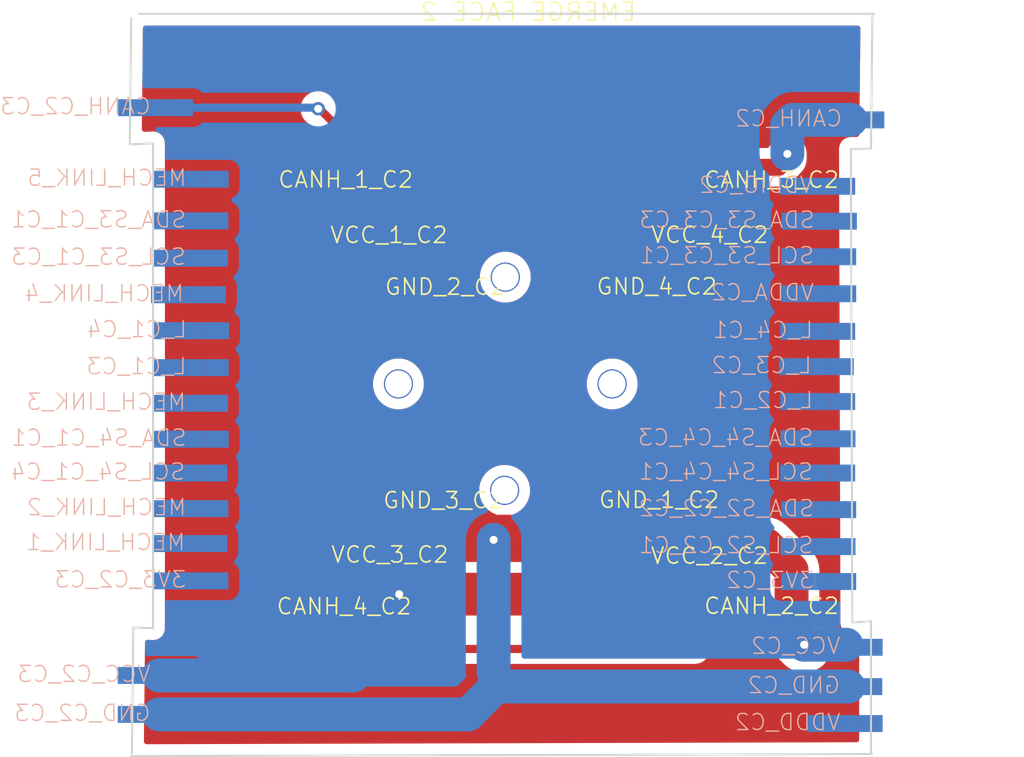
<source format=kicad_pcb>
(kicad_pcb (version 4) (host pcbnew 4.0.6)

  (general
    (links 15)
    (no_connects 0)
    (area 151.113699 74.109099 207.027101 129.885501)
    (thickness 1.6)
    (drawings 14)
    (tracks 81)
    (zones 0)
    (modules 43)
    (nets 4)
  )

  (page A4)
  (layers
    (0 Top signal)
    (31 Bottom signal)
    (32 B.Adhes user)
    (33 F.Adhes user)
    (34 B.Paste user)
    (35 F.Paste user)
    (36 B.SilkS user)
    (37 F.SilkS user)
    (38 B.Mask user)
    (39 F.Mask user)
    (40 Dwgs.User user)
    (41 Cmts.User user)
    (42 Eco1.User user)
    (43 Eco2.User user)
    (44 Edge.Cuts user)
    (45 Margin user)
    (46 B.CrtYd user)
    (47 F.CrtYd user)
    (48 B.Fab user)
    (49 F.Fab user)
  )

  (setup
    (last_trace_width 0.25)
    (trace_clearance 0.2)
    (zone_clearance 0.508)
    (zone_45_only no)
    (trace_min 0.2)
    (segment_width 0.2)
    (edge_width 0.15)
    (via_size 0.6)
    (via_drill 0.4)
    (via_min_size 0.4)
    (via_min_drill 0.3)
    (uvia_size 0.3)
    (uvia_drill 0.1)
    (uvias_allowed no)
    (uvia_min_size 0.2)
    (uvia_min_drill 0.1)
    (pcb_text_width 0.3)
    (pcb_text_size 1.5 1.5)
    (mod_edge_width 0.15)
    (mod_text_size 1 1)
    (mod_text_width 0.15)
    (pad_size 1.524 1.524)
    (pad_drill 0.762)
    (pad_to_mask_clearance 0.2)
    (aux_axis_origin 0 0)
    (visible_elements 7FFFFFFF)
    (pcbplotparams
      (layerselection 0x3ffff_80000001)
      (usegerberextensions false)
      (excludeedgelayer true)
      (linewidth 0.100000)
      (plotframeref false)
      (viasonmask false)
      (mode 1)
      (useauxorigin false)
      (hpglpennumber 1)
      (hpglpenspeed 20)
      (hpglpendiameter 15)
      (hpglpenoverlay 2)
      (psnegative false)
      (psa4output false)
      (plotreference true)
      (plotvalue true)
      (plotinvisibletext false)
      (padsonsilk false)
      (subtractmaskfromsilk false)
      (outputformat 1)
      (mirror false)
      (drillshape 0)
      (scaleselection 1)
      (outputdirectory ../Gerber_Robot_Single_Without_Components/Face_2/))
  )

  (net 0 "")
  (net 1 GND_C2)
  (net 2 VCC_C2)
  (net 3 N$7)

  (net_class Default "Esta es la clase de red por defecto."
    (clearance 0.2)
    (trace_width 0.25)
    (via_dia 0.6)
    (via_drill 0.4)
    (uvia_dia 0.3)
    (uvia_drill 0.1)
    (add_net GND_C2)
    (add_net N$7)
    (add_net VCC_C2)
  )

  (module TP11R (layer Bottom) (tedit 0) (tstamp 590FCF77)
    (at 203.0577 116.7283)
    (descr "<b>TEST PAD</b>")
    (fp_text reference 3V3_C2 (at -0.5499 0.5999) (layer B.SilkS)
      (effects (font (size 1.2065 1.2065) (thickness 0.1016)) (justify left bottom mirror))
    )
    (fp_text value PTR1TP11R (at -0.508 -0.508) (layer B.SilkS)
      (effects (font (size 0.02413 0.02413) (thickness 0.002032)) (justify left bottom mirror))
    )
    (fp_text user >TP_SIGNAL_NAME (at 0 -1.905) (layer Cmts.User)
      (effects (font (size 0.95 0.95) (thickness 0.08)) (justify left bottom))
    )
    (pad TP smd circle (at 0 0) (size 1.1 1.1) (layers Bottom B.Paste B.Mask))
    (pad P$1 smd rect (at 0.381 0 270) (size 1.27 0.635) (layers Bottom B.Paste B.Mask))
    (pad P$2 smd rect (at 1.016 0 270) (size 1.27 0.635) (layers Bottom B.Paste B.Mask))
    (pad P$3 smd rect (at -0.254 0 270) (size 1.27 0.635) (layers Bottom B.Paste B.Mask))
    (pad P$4 smd rect (at -0.889 0 270) (size 1.27 0.635) (layers Bottom B.Paste B.Mask))
    (pad P$5 smd rect (at -1.524 0 270) (size 1.27 0.635) (layers Bottom B.Paste B.Mask))
    (pad P$6 smd rect (at 1.6129 0 270) (size 1.27 0.635) (layers Bottom B.Paste B.Mask))
    (pad P$7 smd rect (at 2.2098 0 270) (size 1.27 0.635) (layers Bottom B.Paste B.Mask))
    (pad P$8 smd rect (at -2.1463 0 270) (size 1.27 0.635) (layers Bottom B.Paste B.Mask))
    (pad P$9 smd rect (at -2.7686 0 270) (size 1.27 0.635) (layers Bottom B.Paste B.Mask))
  )

  (module TP11R (layer Bottom) (tedit 0) (tstamp 590FCF85)
    (at 205.0135 124.6023)
    (descr "<b>TEST PAD</b>")
    (fp_text reference GND_C2 (at -0.5499 0.5999) (layer B.SilkS)
      (effects (font (size 1.2065 1.2065) (thickness 0.1016)) (justify left bottom mirror))
    )
    (fp_text value PTR1TP11R (at -0.508 -0.508) (layer B.SilkS)
      (effects (font (size 0.02413 0.02413) (thickness 0.002032)) (justify left bottom mirror))
    )
    (fp_text user >TP_SIGNAL_NAME (at 0 -1.905) (layer Cmts.User)
      (effects (font (size 0.95 0.95) (thickness 0.08)) (justify left bottom))
    )
    (pad TP smd circle (at 0 0) (size 1.1 1.1) (layers Bottom B.Paste B.Mask)
      (net 1 GND_C2))
    (pad P$1 smd rect (at 0.381 0 270) (size 1.27 0.635) (layers Bottom B.Paste B.Mask))
    (pad P$2 smd rect (at 1.016 0 270) (size 1.27 0.635) (layers Bottom B.Paste B.Mask))
    (pad P$3 smd rect (at -0.254 0 270) (size 1.27 0.635) (layers Bottom B.Paste B.Mask))
    (pad P$4 smd rect (at -0.889 0 270) (size 1.27 0.635) (layers Bottom B.Paste B.Mask))
    (pad P$5 smd rect (at -1.524 0 270) (size 1.27 0.635) (layers Bottom B.Paste B.Mask))
    (pad P$6 smd rect (at 1.6129 0 270) (size 1.27 0.635) (layers Bottom B.Paste B.Mask))
    (pad P$7 smd rect (at 2.2098 0 270) (size 1.27 0.635) (layers Bottom B.Paste B.Mask))
    (pad P$8 smd rect (at -2.1463 0 270) (size 1.27 0.635) (layers Bottom B.Paste B.Mask))
    (pad P$9 smd rect (at -2.7686 0 270) (size 1.27 0.635) (layers Bottom B.Paste B.Mask))
  )

  (module TP11R (layer Bottom) (tedit 0) (tstamp 590FCF93)
    (at 156.0423 116.6775)
    (descr "<b>TEST PAD</b>")
    (fp_text reference 3V3_C2_C3 (at -0.5499 0.5999) (layer B.SilkS)
      (effects (font (size 1.2065 1.2065) (thickness 0.1016)) (justify left bottom mirror))
    )
    (fp_text value PTR1TP11R (at -0.508 -0.508) (layer B.SilkS)
      (effects (font (size 0.02413 0.02413) (thickness 0.002032)) (justify left bottom mirror))
    )
    (fp_text user >TP_SIGNAL_NAME (at 0 -1.905) (layer Cmts.User)
      (effects (font (size 0.95 0.95) (thickness 0.08)) (justify left bottom))
    )
    (pad TP smd circle (at 0 0) (size 1.1 1.1) (layers Bottom B.Paste B.Mask))
    (pad P$1 smd rect (at 0.381 0 270) (size 1.27 0.635) (layers Bottom B.Paste B.Mask))
    (pad P$2 smd rect (at 1.016 0 270) (size 1.27 0.635) (layers Bottom B.Paste B.Mask))
    (pad P$3 smd rect (at -0.254 0 270) (size 1.27 0.635) (layers Bottom B.Paste B.Mask))
    (pad P$4 smd rect (at -0.889 0 270) (size 1.27 0.635) (layers Bottom B.Paste B.Mask))
    (pad P$5 smd rect (at -1.524 0 270) (size 1.27 0.635) (layers Bottom B.Paste B.Mask))
    (pad P$6 smd rect (at 1.6129 0 270) (size 1.27 0.635) (layers Bottom B.Paste B.Mask))
    (pad P$7 smd rect (at 2.2098 0 270) (size 1.27 0.635) (layers Bottom B.Paste B.Mask))
    (pad P$8 smd rect (at -2.1463 0 270) (size 1.27 0.635) (layers Bottom B.Paste B.Mask))
    (pad P$9 smd rect (at -2.7686 0 270) (size 1.27 0.635) (layers Bottom B.Paste B.Mask))
  )

  (module TP11R (layer Bottom) (tedit 0) (tstamp 590FCFA1)
    (at 153.3753 126.6851)
    (descr "<b>TEST PAD</b>")
    (fp_text reference GND_C2_C3 (at -0.5499 0.5999) (layer B.SilkS)
      (effects (font (size 1.2065 1.2065) (thickness 0.1016)) (justify left bottom mirror))
    )
    (fp_text value PTR1TP11R (at -0.508 -0.508) (layer B.SilkS)
      (effects (font (size 0.02413 0.02413) (thickness 0.002032)) (justify left bottom mirror))
    )
    (fp_text user >TP_SIGNAL_NAME (at 0 -1.905) (layer Cmts.User)
      (effects (font (size 0.95 0.95) (thickness 0.08)) (justify left bottom))
    )
    (pad TP smd circle (at 0 0) (size 1.1 1.1) (layers Bottom B.Paste B.Mask)
      (net 1 GND_C2))
    (pad P$1 smd rect (at 0.381 0 270) (size 1.27 0.635) (layers Bottom B.Paste B.Mask))
    (pad P$2 smd rect (at 1.016 0 270) (size 1.27 0.635) (layers Bottom B.Paste B.Mask))
    (pad P$3 smd rect (at -0.254 0 270) (size 1.27 0.635) (layers Bottom B.Paste B.Mask))
    (pad P$4 smd rect (at -0.889 0 270) (size 1.27 0.635) (layers Bottom B.Paste B.Mask))
    (pad P$5 smd rect (at -1.524 0 270) (size 1.27 0.635) (layers Bottom B.Paste B.Mask))
    (pad P$6 smd rect (at 1.6129 0 270) (size 1.27 0.635) (layers Bottom B.Paste B.Mask))
    (pad P$7 smd rect (at 2.2098 0 270) (size 1.27 0.635) (layers Bottom B.Paste B.Mask))
    (pad P$8 smd rect (at -2.1463 0 270) (size 1.27 0.635) (layers Bottom B.Paste B.Mask))
    (pad P$9 smd rect (at -2.7686 0 270) (size 1.27 0.635) (layers Bottom B.Paste B.Mask))
  )

  (module TP11R (layer Bottom) (tedit 0) (tstamp 590FCFD9)
    (at 202.9815 103.2409)
    (descr "<b>TEST PAD</b>")
    (fp_text reference L_C2_C1 (at -0.5499 0.5999) (layer B.SilkS)
      (effects (font (size 1.2065 1.2065) (thickness 0.1016)) (justify left bottom mirror))
    )
    (fp_text value PTR1TP11R (at -0.508 -0.508) (layer B.SilkS)
      (effects (font (size 0.02413 0.02413) (thickness 0.002032)) (justify left bottom mirror))
    )
    (fp_text user >TP_SIGNAL_NAME (at 0 -1.905) (layer Cmts.User)
      (effects (font (size 0.95 0.95) (thickness 0.08)) (justify left bottom))
    )
    (pad TP smd circle (at 0 0) (size 1.1 1.1) (layers Bottom B.Paste B.Mask))
    (pad P$1 smd rect (at 0.381 0 270) (size 1.27 0.635) (layers Bottom B.Paste B.Mask))
    (pad P$2 smd rect (at 1.016 0 270) (size 1.27 0.635) (layers Bottom B.Paste B.Mask))
    (pad P$3 smd rect (at -0.254 0 270) (size 1.27 0.635) (layers Bottom B.Paste B.Mask))
    (pad P$4 smd rect (at -0.889 0 270) (size 1.27 0.635) (layers Bottom B.Paste B.Mask))
    (pad P$5 smd rect (at -1.524 0 270) (size 1.27 0.635) (layers Bottom B.Paste B.Mask))
    (pad P$6 smd rect (at 1.6129 0 270) (size 1.27 0.635) (layers Bottom B.Paste B.Mask))
    (pad P$7 smd rect (at 2.2098 0 270) (size 1.27 0.635) (layers Bottom B.Paste B.Mask))
    (pad P$8 smd rect (at -2.1463 0 270) (size 1.27 0.635) (layers Bottom B.Paste B.Mask))
    (pad P$9 smd rect (at -2.7686 0 270) (size 1.27 0.635) (layers Bottom B.Paste B.Mask))
  )

  (module TP11R (layer Bottom) (tedit 0) (tstamp 590FCFF5)
    (at 202.8799 100.6247)
    (descr "<b>TEST PAD</b>")
    (fp_text reference L_C3_C2 (at -0.5499 0.5999) (layer B.SilkS)
      (effects (font (size 1.2065 1.2065) (thickness 0.1016)) (justify left bottom mirror))
    )
    (fp_text value PTR1TP11R (at -0.508 -0.508) (layer B.SilkS)
      (effects (font (size 0.02413 0.02413) (thickness 0.002032)) (justify left bottom mirror))
    )
    (fp_text user >TP_SIGNAL_NAME (at 0 -1.905) (layer Cmts.User)
      (effects (font (size 0.95 0.95) (thickness 0.08)) (justify left bottom))
    )
    (pad TP smd circle (at 0 0) (size 1.1 1.1) (layers Bottom B.Paste B.Mask))
    (pad P$1 smd rect (at 0.381 0 270) (size 1.27 0.635) (layers Bottom B.Paste B.Mask))
    (pad P$2 smd rect (at 1.016 0 270) (size 1.27 0.635) (layers Bottom B.Paste B.Mask))
    (pad P$3 smd rect (at -0.254 0 270) (size 1.27 0.635) (layers Bottom B.Paste B.Mask))
    (pad P$4 smd rect (at -0.889 0 270) (size 1.27 0.635) (layers Bottom B.Paste B.Mask))
    (pad P$5 smd rect (at -1.524 0 270) (size 1.27 0.635) (layers Bottom B.Paste B.Mask))
    (pad P$6 smd rect (at 1.6129 0 270) (size 1.27 0.635) (layers Bottom B.Paste B.Mask))
    (pad P$7 smd rect (at 2.2098 0 270) (size 1.27 0.635) (layers Bottom B.Paste B.Mask))
    (pad P$8 smd rect (at -2.1463 0 270) (size 1.27 0.635) (layers Bottom B.Paste B.Mask))
    (pad P$9 smd rect (at -2.7686 0 270) (size 1.27 0.635) (layers Bottom B.Paste B.Mask))
  )

  (module TP11R (layer Bottom) (tedit 0) (tstamp 590FD003)
    (at 156.0677 100.7009)
    (descr "<b>TEST PAD</b>")
    (fp_text reference L_C1_C3 (at -0.5499 0.5999) (layer B.SilkS)
      (effects (font (size 1.2065 1.2065) (thickness 0.1016)) (justify left bottom mirror))
    )
    (fp_text value PTR1TP11R (at -0.508 -0.508) (layer B.SilkS)
      (effects (font (size 0.02413 0.02413) (thickness 0.002032)) (justify left bottom mirror))
    )
    (fp_text user >TP_SIGNAL_NAME (at 0 -1.905) (layer Cmts.User)
      (effects (font (size 0.95 0.95) (thickness 0.08)) (justify left bottom))
    )
    (pad TP smd circle (at 0 0) (size 1.1 1.1) (layers Bottom B.Paste B.Mask))
    (pad P$1 smd rect (at 0.381 0 270) (size 1.27 0.635) (layers Bottom B.Paste B.Mask))
    (pad P$2 smd rect (at 1.016 0 270) (size 1.27 0.635) (layers Bottom B.Paste B.Mask))
    (pad P$3 smd rect (at -0.254 0 270) (size 1.27 0.635) (layers Bottom B.Paste B.Mask))
    (pad P$4 smd rect (at -0.889 0 270) (size 1.27 0.635) (layers Bottom B.Paste B.Mask))
    (pad P$5 smd rect (at -1.524 0 270) (size 1.27 0.635) (layers Bottom B.Paste B.Mask))
    (pad P$6 smd rect (at 1.6129 0 270) (size 1.27 0.635) (layers Bottom B.Paste B.Mask))
    (pad P$7 smd rect (at 2.2098 0 270) (size 1.27 0.635) (layers Bottom B.Paste B.Mask))
    (pad P$8 smd rect (at -2.1463 0 270) (size 1.27 0.635) (layers Bottom B.Paste B.Mask))
    (pad P$9 smd rect (at -2.7686 0 270) (size 1.27 0.635) (layers Bottom B.Paste B.Mask))
  )

  (module TP11R (layer Bottom) (tedit 0) (tstamp 590FD02D)
    (at 202.9815 97.9831)
    (descr "<b>TEST PAD</b>")
    (fp_text reference L_C4_C1 (at -0.5499 0.5999) (layer B.SilkS)
      (effects (font (size 1.2065 1.2065) (thickness 0.1016)) (justify left bottom mirror))
    )
    (fp_text value PTR1TP11R (at -0.508 -0.508) (layer B.SilkS)
      (effects (font (size 0.02413 0.02413) (thickness 0.002032)) (justify left bottom mirror))
    )
    (fp_text user >TP_SIGNAL_NAME (at 0 -1.905) (layer Cmts.User)
      (effects (font (size 0.95 0.95) (thickness 0.08)) (justify left bottom))
    )
    (pad TP smd circle (at 0 0) (size 1.1 1.1) (layers Bottom B.Paste B.Mask))
    (pad P$1 smd rect (at 0.381 0 270) (size 1.27 0.635) (layers Bottom B.Paste B.Mask))
    (pad P$2 smd rect (at 1.016 0 270) (size 1.27 0.635) (layers Bottom B.Paste B.Mask))
    (pad P$3 smd rect (at -0.254 0 270) (size 1.27 0.635) (layers Bottom B.Paste B.Mask))
    (pad P$4 smd rect (at -0.889 0 270) (size 1.27 0.635) (layers Bottom B.Paste B.Mask))
    (pad P$5 smd rect (at -1.524 0 270) (size 1.27 0.635) (layers Bottom B.Paste B.Mask))
    (pad P$6 smd rect (at 1.6129 0 270) (size 1.27 0.635) (layers Bottom B.Paste B.Mask))
    (pad P$7 smd rect (at 2.2098 0 270) (size 1.27 0.635) (layers Bottom B.Paste B.Mask))
    (pad P$8 smd rect (at -2.1463 0 270) (size 1.27 0.635) (layers Bottom B.Paste B.Mask))
    (pad P$9 smd rect (at -2.7686 0 270) (size 1.27 0.635) (layers Bottom B.Paste B.Mask))
  )

  (module TP11R (layer Bottom) (tedit 0) (tstamp 590FD03B)
    (at 156.0931 97.9323)
    (descr "<b>TEST PAD</b>")
    (fp_text reference L_C1_C4 (at -0.5499 0.5999) (layer B.SilkS)
      (effects (font (size 1.2065 1.2065) (thickness 0.1016)) (justify left bottom mirror))
    )
    (fp_text value PTR1TP11R (at -0.508 -0.508) (layer B.SilkS)
      (effects (font (size 0.02413 0.02413) (thickness 0.002032)) (justify left bottom mirror))
    )
    (fp_text user >TP_SIGNAL_NAME (at 0 -1.905) (layer Cmts.User)
      (effects (font (size 0.95 0.95) (thickness 0.08)) (justify left bottom))
    )
    (pad TP smd circle (at 0 0) (size 1.1 1.1) (layers Bottom B.Paste B.Mask))
    (pad P$1 smd rect (at 0.381 0 270) (size 1.27 0.635) (layers Bottom B.Paste B.Mask))
    (pad P$2 smd rect (at 1.016 0 270) (size 1.27 0.635) (layers Bottom B.Paste B.Mask))
    (pad P$3 smd rect (at -0.254 0 270) (size 1.27 0.635) (layers Bottom B.Paste B.Mask))
    (pad P$4 smd rect (at -0.889 0 270) (size 1.27 0.635) (layers Bottom B.Paste B.Mask))
    (pad P$5 smd rect (at -1.524 0 270) (size 1.27 0.635) (layers Bottom B.Paste B.Mask))
    (pad P$6 smd rect (at 1.6129 0 270) (size 1.27 0.635) (layers Bottom B.Paste B.Mask))
    (pad P$7 smd rect (at 2.2098 0 270) (size 1.27 0.635) (layers Bottom B.Paste B.Mask))
    (pad P$8 smd rect (at -2.1463 0 270) (size 1.27 0.635) (layers Bottom B.Paste B.Mask))
    (pad P$9 smd rect (at -2.7686 0 270) (size 1.27 0.635) (layers Bottom B.Paste B.Mask))
  )

  (module TP11R (layer Bottom) (tedit 0) (tstamp 590FD09D)
    (at 203.0069 114.1121)
    (descr "<b>TEST PAD</b>")
    (fp_text reference SCL_S2_C2_C1 (at -0.5499 0.5999) (layer B.SilkS)
      (effects (font (size 1.2065 1.2065) (thickness 0.1016)) (justify left bottom mirror))
    )
    (fp_text value PTR1TP11R (at -0.508 -0.508) (layer B.SilkS)
      (effects (font (size 0.02413 0.02413) (thickness 0.002032)) (justify left bottom mirror))
    )
    (fp_text user >TP_SIGNAL_NAME (at 0 -1.905) (layer Cmts.User)
      (effects (font (size 0.95 0.95) (thickness 0.08)) (justify left bottom))
    )
    (pad TP smd circle (at 0 0) (size 1.1 1.1) (layers Bottom B.Paste B.Mask))
    (pad P$1 smd rect (at 0.381 0 270) (size 1.27 0.635) (layers Bottom B.Paste B.Mask))
    (pad P$2 smd rect (at 1.016 0 270) (size 1.27 0.635) (layers Bottom B.Paste B.Mask))
    (pad P$3 smd rect (at -0.254 0 270) (size 1.27 0.635) (layers Bottom B.Paste B.Mask))
    (pad P$4 smd rect (at -0.889 0 270) (size 1.27 0.635) (layers Bottom B.Paste B.Mask))
    (pad P$5 smd rect (at -1.524 0 270) (size 1.27 0.635) (layers Bottom B.Paste B.Mask))
    (pad P$6 smd rect (at 1.6129 0 270) (size 1.27 0.635) (layers Bottom B.Paste B.Mask))
    (pad P$7 smd rect (at 2.2098 0 270) (size 1.27 0.635) (layers Bottom B.Paste B.Mask))
    (pad P$8 smd rect (at -2.1463 0 270) (size 1.27 0.635) (layers Bottom B.Paste B.Mask))
    (pad P$9 smd rect (at -2.7686 0 270) (size 1.27 0.635) (layers Bottom B.Paste B.Mask))
  )

  (module TP11R (layer Bottom) (tedit 0) (tstamp 590FD0B9)
    (at 203.0577 92.3951)
    (descr "<b>TEST PAD</b>")
    (fp_text reference SCL_S3_C3_C1 (at -0.5499 0.5999) (layer B.SilkS)
      (effects (font (size 1.2065 1.2065) (thickness 0.1016)) (justify left bottom mirror))
    )
    (fp_text value PTR1TP11R (at -0.508 -0.508) (layer B.SilkS)
      (effects (font (size 0.02413 0.02413) (thickness 0.002032)) (justify left bottom mirror))
    )
    (fp_text user >TP_SIGNAL_NAME (at 0 -1.905) (layer Cmts.User)
      (effects (font (size 0.95 0.95) (thickness 0.08)) (justify left bottom))
    )
    (pad TP smd circle (at 0 0) (size 1.1 1.1) (layers Bottom B.Paste B.Mask))
    (pad P$1 smd rect (at 0.381 0 270) (size 1.27 0.635) (layers Bottom B.Paste B.Mask))
    (pad P$2 smd rect (at 1.016 0 270) (size 1.27 0.635) (layers Bottom B.Paste B.Mask))
    (pad P$3 smd rect (at -0.254 0 270) (size 1.27 0.635) (layers Bottom B.Paste B.Mask))
    (pad P$4 smd rect (at -0.889 0 270) (size 1.27 0.635) (layers Bottom B.Paste B.Mask))
    (pad P$5 smd rect (at -1.524 0 270) (size 1.27 0.635) (layers Bottom B.Paste B.Mask))
    (pad P$6 smd rect (at 1.6129 0 270) (size 1.27 0.635) (layers Bottom B.Paste B.Mask))
    (pad P$7 smd rect (at 2.2098 0 270) (size 1.27 0.635) (layers Bottom B.Paste B.Mask))
    (pad P$8 smd rect (at -2.1463 0 270) (size 1.27 0.635) (layers Bottom B.Paste B.Mask))
    (pad P$9 smd rect (at -2.7686 0 270) (size 1.27 0.635) (layers Bottom B.Paste B.Mask))
  )

  (module TP11R (layer Bottom) (tedit 0) (tstamp 590FD0C7)
    (at 156.0169 92.4967)
    (descr "<b>TEST PAD</b>")
    (fp_text reference SCL_S3_C1_C3 (at -0.5499 0.5999) (layer B.SilkS)
      (effects (font (size 1.2065 1.2065) (thickness 0.1016)) (justify left bottom mirror))
    )
    (fp_text value PTR1TP11R (at -0.508 -0.508) (layer B.SilkS)
      (effects (font (size 0.02413 0.02413) (thickness 0.002032)) (justify left bottom mirror))
    )
    (fp_text user >TP_SIGNAL_NAME (at 0 -1.905) (layer Cmts.User)
      (effects (font (size 0.95 0.95) (thickness 0.08)) (justify left bottom))
    )
    (pad TP smd circle (at 0 0) (size 1.1 1.1) (layers Bottom B.Paste B.Mask))
    (pad P$1 smd rect (at 0.381 0 270) (size 1.27 0.635) (layers Bottom B.Paste B.Mask))
    (pad P$2 smd rect (at 1.016 0 270) (size 1.27 0.635) (layers Bottom B.Paste B.Mask))
    (pad P$3 smd rect (at -0.254 0 270) (size 1.27 0.635) (layers Bottom B.Paste B.Mask))
    (pad P$4 smd rect (at -0.889 0 270) (size 1.27 0.635) (layers Bottom B.Paste B.Mask))
    (pad P$5 smd rect (at -1.524 0 270) (size 1.27 0.635) (layers Bottom B.Paste B.Mask))
    (pad P$6 smd rect (at 1.6129 0 270) (size 1.27 0.635) (layers Bottom B.Paste B.Mask))
    (pad P$7 smd rect (at 2.2098 0 270) (size 1.27 0.635) (layers Bottom B.Paste B.Mask))
    (pad P$8 smd rect (at -2.1463 0 270) (size 1.27 0.635) (layers Bottom B.Paste B.Mask))
    (pad P$9 smd rect (at -2.7686 0 270) (size 1.27 0.635) (layers Bottom B.Paste B.Mask))
  )

  (module TP11R (layer Bottom) (tedit 0) (tstamp 590FD0F1)
    (at 202.9815 108.6003)
    (descr "<b>TEST PAD</b>")
    (fp_text reference SCL_S4_C4_C1 (at -0.5499 0.5999) (layer B.SilkS)
      (effects (font (size 1.2065 1.2065) (thickness 0.1016)) (justify left bottom mirror))
    )
    (fp_text value PTR1TP11R (at -0.508 -0.508) (layer B.SilkS)
      (effects (font (size 0.02413 0.02413) (thickness 0.002032)) (justify left bottom mirror))
    )
    (fp_text user >TP_SIGNAL_NAME (at 0 -1.905) (layer Cmts.User)
      (effects (font (size 0.95 0.95) (thickness 0.08)) (justify left bottom))
    )
    (pad TP smd circle (at 0 0) (size 1.1 1.1) (layers Bottom B.Paste B.Mask))
    (pad P$1 smd rect (at 0.381 0 270) (size 1.27 0.635) (layers Bottom B.Paste B.Mask))
    (pad P$2 smd rect (at 1.016 0 270) (size 1.27 0.635) (layers Bottom B.Paste B.Mask))
    (pad P$3 smd rect (at -0.254 0 270) (size 1.27 0.635) (layers Bottom B.Paste B.Mask))
    (pad P$4 smd rect (at -0.889 0 270) (size 1.27 0.635) (layers Bottom B.Paste B.Mask))
    (pad P$5 smd rect (at -1.524 0 270) (size 1.27 0.635) (layers Bottom B.Paste B.Mask))
    (pad P$6 smd rect (at 1.6129 0 270) (size 1.27 0.635) (layers Bottom B.Paste B.Mask))
    (pad P$7 smd rect (at 2.2098 0 270) (size 1.27 0.635) (layers Bottom B.Paste B.Mask))
    (pad P$8 smd rect (at -2.1463 0 270) (size 1.27 0.635) (layers Bottom B.Paste B.Mask))
    (pad P$9 smd rect (at -2.7686 0 270) (size 1.27 0.635) (layers Bottom B.Paste B.Mask))
  )

  (module TP11R (layer Bottom) (tedit 0) (tstamp 590FD0FF)
    (at 155.9661 108.6003)
    (descr "<b>TEST PAD</b>")
    (fp_text reference SCL_S4_C1_C4 (at -0.5499 0.5999) (layer B.SilkS)
      (effects (font (size 1.2065 1.2065) (thickness 0.1016)) (justify left bottom mirror))
    )
    (fp_text value PTR1TP11R (at -0.508 -0.508) (layer B.SilkS)
      (effects (font (size 0.02413 0.02413) (thickness 0.002032)) (justify left bottom mirror))
    )
    (fp_text user >TP_SIGNAL_NAME (at 0 -1.905) (layer Cmts.User)
      (effects (font (size 0.95 0.95) (thickness 0.08)) (justify left bottom))
    )
    (pad TP smd circle (at 0 0) (size 1.1 1.1) (layers Bottom B.Paste B.Mask))
    (pad P$1 smd rect (at 0.381 0 270) (size 1.27 0.635) (layers Bottom B.Paste B.Mask))
    (pad P$2 smd rect (at 1.016 0 270) (size 1.27 0.635) (layers Bottom B.Paste B.Mask))
    (pad P$3 smd rect (at -0.254 0 270) (size 1.27 0.635) (layers Bottom B.Paste B.Mask))
    (pad P$4 smd rect (at -0.889 0 270) (size 1.27 0.635) (layers Bottom B.Paste B.Mask))
    (pad P$5 smd rect (at -1.524 0 270) (size 1.27 0.635) (layers Bottom B.Paste B.Mask))
    (pad P$6 smd rect (at 1.6129 0 270) (size 1.27 0.635) (layers Bottom B.Paste B.Mask))
    (pad P$7 smd rect (at 2.2098 0 270) (size 1.27 0.635) (layers Bottom B.Paste B.Mask))
    (pad P$8 smd rect (at -2.1463 0 270) (size 1.27 0.635) (layers Bottom B.Paste B.Mask))
    (pad P$9 smd rect (at -2.7686 0 270) (size 1.27 0.635) (layers Bottom B.Paste B.Mask))
  )

  (module B2,54 (layer Bottom) (tedit 0) (tstamp 590FD18B)
    (at 191.3851 113.8541)
    (descr "<b>TEST PAD</b>")
    (fp_text reference VCC_2_C2 (at -1.27 1.651) (layer F.SilkS)
      (effects (font (size 1.2065 1.2065) (thickness 0.127)) (justify left bottom))
    )
    (fp_text value TPB2,54 (at -1.27 -1.397) (layer B.SilkS)
      (effects (font (size 0.02413 0.02413) (thickness 0.002032)) (justify left bottom mirror))
    )
    (fp_circle (center 0 0) (end 0.635 0) (layer Cmts.User) (width 0.254))
    (fp_text user >TP_SIGNAL_NAME (at -1.27 -3.175) (layer Cmts.User)
      (effects (font (size 0.95 0.95) (thickness 0.08)) (justify left bottom))
    )
    (pad TP smd circle (at 0 0 180) (size 2.54 2.54) (layers Top F.Paste F.Mask)
      (net 2 VCC_C2))
    (pad P$1 smd circle (at 0 0 270) (size 3.175 3.175) (layers Top F.Paste F.Mask))
  )

  (module B2,54 (layer Bottom) (tedit 0) (tstamp 590FD192)
    (at 167.3761 89.8191)
    (descr "<b>TEST PAD</b>")
    (fp_text reference VCC_1_C2 (at -1.27 1.651) (layer F.SilkS)
      (effects (font (size 1.2065 1.2065) (thickness 0.127)) (justify left bottom))
    )
    (fp_text value TPB2,54 (at -1.27 -1.397) (layer B.SilkS)
      (effects (font (size 0.02413 0.02413) (thickness 0.002032)) (justify left bottom mirror))
    )
    (fp_circle (center 0 0) (end 0.635 0) (layer Cmts.User) (width 0.254))
    (fp_text user >TP_SIGNAL_NAME (at -1.27 -3.175) (layer Cmts.User)
      (effects (font (size 0.95 0.95) (thickness 0.08)) (justify left bottom))
    )
    (pad TP smd circle (at 0 0 180) (size 2.54 2.54) (layers Top F.Paste F.Mask)
      (net 2 VCC_C2))
    (pad P$1 smd circle (at 0 0 270) (size 3.175 3.175) (layers Top F.Paste F.Mask))
  )

  (module TP11R (layer Bottom) (tedit 0) (tstamp 590FD199)
    (at 205.0389 121.6559)
    (descr "<b>TEST PAD</b>")
    (fp_text reference VCC_C2 (at -0.5499 0.5999) (layer B.SilkS)
      (effects (font (size 1.2065 1.2065) (thickness 0.1016)) (justify left bottom mirror))
    )
    (fp_text value PTR1TP11R (at -0.508 -0.508) (layer B.SilkS)
      (effects (font (size 0.02413 0.02413) (thickness 0.002032)) (justify left bottom mirror))
    )
    (fp_text user >TP_SIGNAL_NAME (at 0 -1.905) (layer Cmts.User)
      (effects (font (size 0.95 0.95) (thickness 0.08)) (justify left bottom))
    )
    (pad TP smd circle (at 0 0) (size 1.1 1.1) (layers Bottom B.Paste B.Mask)
      (net 2 VCC_C2))
    (pad P$1 smd rect (at 0.381 0 270) (size 1.27 0.635) (layers Bottom B.Paste B.Mask))
    (pad P$2 smd rect (at 1.016 0 270) (size 1.27 0.635) (layers Bottom B.Paste B.Mask))
    (pad P$3 smd rect (at -0.254 0 270) (size 1.27 0.635) (layers Bottom B.Paste B.Mask))
    (pad P$4 smd rect (at -0.889 0 270) (size 1.27 0.635) (layers Bottom B.Paste B.Mask))
    (pad P$5 smd rect (at -1.524 0 270) (size 1.27 0.635) (layers Bottom B.Paste B.Mask))
    (pad P$6 smd rect (at 1.6129 0 270) (size 1.27 0.635) (layers Bottom B.Paste B.Mask))
    (pad P$7 smd rect (at 2.2098 0 270) (size 1.27 0.635) (layers Bottom B.Paste B.Mask))
    (pad P$8 smd rect (at -2.1463 0 270) (size 1.27 0.635) (layers Bottom B.Paste B.Mask))
    (pad P$9 smd rect (at -2.7686 0 270) (size 1.27 0.635) (layers Bottom B.Paste B.Mask))
  )

  (module B2,54 (layer Bottom) (tedit 0) (tstamp 590FD1A7)
    (at 171.4711 93.6971)
    (descr "<b>TEST PAD</b>")
    (fp_text reference GND_2_C2 (at -1.27 1.651) (layer F.SilkS)
      (effects (font (size 1.2065 1.2065) (thickness 0.127)) (justify left bottom))
    )
    (fp_text value TPB2,54 (at -1.27 -1.397) (layer B.SilkS)
      (effects (font (size 0.02413 0.02413) (thickness 0.002032)) (justify left bottom mirror))
    )
    (fp_circle (center 0 0) (end 0.635 0) (layer Cmts.User) (width 0.254))
    (fp_text user >TP_SIGNAL_NAME (at -1.27 -3.175) (layer Cmts.User)
      (effects (font (size 0.95 0.95) (thickness 0.08)) (justify left bottom))
    )
    (pad TP smd circle (at 0 0 180) (size 2.54 2.54) (layers Top F.Paste F.Mask)
      (net 1 GND_C2))
    (pad P$1 smd circle (at 0 0 270) (size 3.175 3.175) (layers Top F.Paste F.Mask))
  )

  (module B2,54 (layer Bottom) (tedit 0) (tstamp 590FD1AE)
    (at 187.5021 109.6651)
    (descr "<b>TEST PAD</b>")
    (fp_text reference GND_1_C2 (at -1.27 1.651) (layer F.SilkS)
      (effects (font (size 1.2065 1.2065) (thickness 0.127)) (justify left bottom))
    )
    (fp_text value TPB2,54 (at -1.27 -1.397) (layer B.SilkS)
      (effects (font (size 0.02413 0.02413) (thickness 0.002032)) (justify left bottom mirror))
    )
    (fp_circle (center 0 0) (end 0.635 0) (layer Cmts.User) (width 0.254))
    (fp_text user >TP_SIGNAL_NAME (at -1.27 -3.175) (layer Cmts.User)
      (effects (font (size 0.95 0.95) (thickness 0.08)) (justify left bottom))
    )
    (pad TP smd circle (at 0 0 180) (size 2.54 2.54) (layers Top F.Paste F.Mask)
      (net 1 GND_C2))
    (pad P$1 smd circle (at 0 0 270) (size 3.175 3.175) (layers Top F.Paste F.Mask))
  )

  (module B2,54 (layer Bottom) (tedit 0) (tstamp 590FD1B5)
    (at 195.3801 117.6111)
    (descr "<b>TEST PAD</b>")
    (fp_text reference CANH_2_C2 (at -1.27 1.651) (layer F.SilkS)
      (effects (font (size 1.2065 1.2065) (thickness 0.127)) (justify left bottom))
    )
    (fp_text value TPB2,54 (at -1.27 -1.397) (layer B.SilkS)
      (effects (font (size 0.02413 0.02413) (thickness 0.002032)) (justify left bottom mirror))
    )
    (fp_circle (center 0 0) (end 0.635 0) (layer Cmts.User) (width 0.254))
    (fp_text user >TP_SIGNAL_NAME (at -1.27 -3.175) (layer Cmts.User)
      (effects (font (size 0.95 0.95) (thickness 0.08)) (justify left bottom))
    )
    (pad TP smd circle (at 0 0 180) (size 2.54 2.54) (layers Top F.Paste F.Mask)
      (net 3 N$7))
    (pad P$1 smd circle (at 0 0 270) (size 3.175 3.175) (layers Top F.Paste F.Mask))
  )

  (module B2,54 (layer Bottom) (tedit 0) (tstamp 590FD1BC)
    (at 163.4891 85.6611)
    (descr "<b>TEST PAD</b>")
    (fp_text reference CANH_1_C2 (at -1.27 1.651) (layer F.SilkS)
      (effects (font (size 1.2065 1.2065) (thickness 0.127)) (justify left bottom))
    )
    (fp_text value TPB2,54 (at -1.27 -1.397) (layer B.SilkS)
      (effects (font (size 0.02413 0.02413) (thickness 0.002032)) (justify left bottom mirror))
    )
    (fp_circle (center 0 0) (end 0.635 0) (layer Cmts.User) (width 0.254))
    (fp_text user >TP_SIGNAL_NAME (at -1.27 -3.175) (layer Cmts.User)
      (effects (font (size 0.95 0.95) (thickness 0.08)) (justify left bottom))
    )
    (pad TP smd circle (at 0 0 180) (size 2.54 2.54) (layers Top F.Paste F.Mask)
      (net 3 N$7))
    (pad P$1 smd circle (at 0 0 270) (size 3.175 3.175) (layers Top F.Paste F.Mask))
  )

  (module TP11R (layer Bottom) (tedit 0) (tstamp 590FD1C3)
    (at 205.1659 82.1335)
    (descr "<b>TEST PAD</b>")
    (fp_text reference CANH_C2 (at -0.5499 0.5999) (layer B.SilkS)
      (effects (font (size 1.2065 1.2065) (thickness 0.1016)) (justify left bottom mirror))
    )
    (fp_text value PTR1TP11R (at -0.508 -0.508) (layer B.SilkS)
      (effects (font (size 0.02413 0.02413) (thickness 0.002032)) (justify left bottom mirror))
    )
    (fp_text user >TP_SIGNAL_NAME (at 0 -1.905) (layer Cmts.User)
      (effects (font (size 0.95 0.95) (thickness 0.08)) (justify left bottom))
    )
    (pad TP smd circle (at 0 0) (size 1.1 1.1) (layers Bottom B.Paste B.Mask)
      (net 3 N$7))
    (pad P$1 smd rect (at 0.381 0 270) (size 1.27 0.635) (layers Bottom B.Paste B.Mask))
    (pad P$2 smd rect (at 1.016 0 270) (size 1.27 0.635) (layers Bottom B.Paste B.Mask))
    (pad P$3 smd rect (at -0.254 0 270) (size 1.27 0.635) (layers Bottom B.Paste B.Mask))
    (pad P$4 smd rect (at -0.889 0 270) (size 1.27 0.635) (layers Bottom B.Paste B.Mask))
    (pad P$5 smd rect (at -1.524 0 270) (size 1.27 0.635) (layers Bottom B.Paste B.Mask))
    (pad P$6 smd rect (at 1.6129 0 270) (size 1.27 0.635) (layers Bottom B.Paste B.Mask))
    (pad P$7 smd rect (at 2.2098 0 270) (size 1.27 0.635) (layers Bottom B.Paste B.Mask))
    (pad P$8 smd rect (at -2.1463 0 270) (size 1.27 0.635) (layers Bottom B.Paste B.Mask))
    (pad P$9 smd rect (at -2.7686 0 270) (size 1.27 0.635) (layers Bottom B.Paste B.Mask))
  )

  (module TP11R (layer Bottom) (tedit 0) (tstamp 590FD287)
    (at 153.3753 123.7641)
    (descr "<b>TEST PAD</b>")
    (fp_text reference VCC_C2_C3 (at -0.5499 0.5999) (layer B.SilkS)
      (effects (font (size 1.2065 1.2065) (thickness 0.1016)) (justify left bottom mirror))
    )
    (fp_text value PTR1TP11R (at -0.508 -0.508) (layer B.SilkS)
      (effects (font (size 0.02413 0.02413) (thickness 0.002032)) (justify left bottom mirror))
    )
    (fp_text user >TP_SIGNAL_NAME (at 0 -1.905) (layer Cmts.User)
      (effects (font (size 0.95 0.95) (thickness 0.08)) (justify left bottom))
    )
    (pad TP smd circle (at 0 0) (size 1.1 1.1) (layers Bottom B.Paste B.Mask)
      (net 2 VCC_C2))
    (pad P$1 smd rect (at 0.381 0 270) (size 1.27 0.635) (layers Bottom B.Paste B.Mask))
    (pad P$2 smd rect (at 1.016 0 270) (size 1.27 0.635) (layers Bottom B.Paste B.Mask))
    (pad P$3 smd rect (at -0.254 0 270) (size 1.27 0.635) (layers Bottom B.Paste B.Mask))
    (pad P$4 smd rect (at -0.889 0 270) (size 1.27 0.635) (layers Bottom B.Paste B.Mask))
    (pad P$5 smd rect (at -1.524 0 270) (size 1.27 0.635) (layers Bottom B.Paste B.Mask))
    (pad P$6 smd rect (at 1.6129 0 270) (size 1.27 0.635) (layers Bottom B.Paste B.Mask))
    (pad P$7 smd rect (at 2.2098 0 270) (size 1.27 0.635) (layers Bottom B.Paste B.Mask))
    (pad P$8 smd rect (at -2.1463 0 270) (size 1.27 0.635) (layers Bottom B.Paste B.Mask))
    (pad P$9 smd rect (at -2.7686 0 270) (size 1.27 0.635) (layers Bottom B.Paste B.Mask))
  )

  (module TP11R (layer Bottom) (tedit 0) (tstamp 590FD295)
    (at 153.4007 81.2191)
    (descr "<b>TEST PAD</b>")
    (fp_text reference CANH_C2_C3 (at -0.5499 0.5999) (layer B.SilkS)
      (effects (font (size 1.2065 1.2065) (thickness 0.1016)) (justify left bottom mirror))
    )
    (fp_text value PTR1TP11R (at -0.508 -0.508) (layer B.SilkS)
      (effects (font (size 0.02413 0.02413) (thickness 0.002032)) (justify left bottom mirror))
    )
    (fp_text user >TP_SIGNAL_NAME (at 0 -1.905) (layer Cmts.User)
      (effects (font (size 0.95 0.95) (thickness 0.08)) (justify left bottom))
    )
    (pad TP smd circle (at 0 0) (size 1.1 1.1) (layers Bottom B.Paste B.Mask)
      (net 3 N$7))
    (pad P$1 smd rect (at 0.381 0 270) (size 1.27 0.635) (layers Bottom B.Paste B.Mask))
    (pad P$2 smd rect (at 1.016 0 270) (size 1.27 0.635) (layers Bottom B.Paste B.Mask))
    (pad P$3 smd rect (at -0.254 0 270) (size 1.27 0.635) (layers Bottom B.Paste B.Mask))
    (pad P$4 smd rect (at -0.889 0 270) (size 1.27 0.635) (layers Bottom B.Paste B.Mask))
    (pad P$5 smd rect (at -1.524 0 270) (size 1.27 0.635) (layers Bottom B.Paste B.Mask))
    (pad P$6 smd rect (at 1.6129 0 270) (size 1.27 0.635) (layers Bottom B.Paste B.Mask))
    (pad P$7 smd rect (at 2.2098 0 270) (size 1.27 0.635) (layers Bottom B.Paste B.Mask))
    (pad P$8 smd rect (at -2.1463 0 270) (size 1.27 0.635) (layers Bottom B.Paste B.Mask))
    (pad P$9 smd rect (at -2.7686 0 270) (size 1.27 0.635) (layers Bottom B.Paste B.Mask))
  )

  (module TP11R (layer Bottom) (tedit 0) (tstamp 590FD2A3)
    (at 155.9661 113.8835)
    (descr "<b>TEST PAD</b>")
    (fp_text reference MECH_LINK_1 (at -0.5499 0.5999) (layer B.SilkS)
      (effects (font (size 1.2065 1.2065) (thickness 0.1016)) (justify left bottom mirror))
    )
    (fp_text value PTR1TP11R (at -0.508 -0.508) (layer B.SilkS)
      (effects (font (size 0.02413 0.02413) (thickness 0.002032)) (justify left bottom mirror))
    )
    (fp_text user >TP_SIGNAL_NAME (at 0 -1.905) (layer Cmts.User)
      (effects (font (size 0.95 0.95) (thickness 0.08)) (justify left bottom))
    )
    (pad TP smd circle (at 0 0) (size 1.1 1.1) (layers Bottom B.Paste B.Mask))
    (pad P$1 smd rect (at 0.381 0 270) (size 1.27 0.635) (layers Bottom B.Paste B.Mask))
    (pad P$2 smd rect (at 1.016 0 270) (size 1.27 0.635) (layers Bottom B.Paste B.Mask))
    (pad P$3 smd rect (at -0.254 0 270) (size 1.27 0.635) (layers Bottom B.Paste B.Mask))
    (pad P$4 smd rect (at -0.889 0 270) (size 1.27 0.635) (layers Bottom B.Paste B.Mask))
    (pad P$5 smd rect (at -1.524 0 270) (size 1.27 0.635) (layers Bottom B.Paste B.Mask))
    (pad P$6 smd rect (at 1.6129 0 270) (size 1.27 0.635) (layers Bottom B.Paste B.Mask))
    (pad P$7 smd rect (at 2.2098 0 270) (size 1.27 0.635) (layers Bottom B.Paste B.Mask))
    (pad P$8 smd rect (at -2.1463 0 270) (size 1.27 0.635) (layers Bottom B.Paste B.Mask))
    (pad P$9 smd rect (at -2.7686 0 270) (size 1.27 0.635) (layers Bottom B.Paste B.Mask))
  )

  (module TP11R (layer Bottom) (tedit 0) (tstamp 590FD2B1)
    (at 156.0423 111.2673)
    (descr "<b>TEST PAD</b>")
    (fp_text reference MECH_LINK_2 (at -0.5499 0.5999) (layer B.SilkS)
      (effects (font (size 1.2065 1.2065) (thickness 0.1016)) (justify left bottom mirror))
    )
    (fp_text value PTR1TP11R (at -0.508 -0.508) (layer B.SilkS)
      (effects (font (size 0.02413 0.02413) (thickness 0.002032)) (justify left bottom mirror))
    )
    (fp_text user >TP_SIGNAL_NAME (at 0 -1.905) (layer Cmts.User)
      (effects (font (size 0.95 0.95) (thickness 0.08)) (justify left bottom))
    )
    (pad TP smd circle (at 0 0) (size 1.1 1.1) (layers Bottom B.Paste B.Mask))
    (pad P$1 smd rect (at 0.381 0 270) (size 1.27 0.635) (layers Bottom B.Paste B.Mask))
    (pad P$2 smd rect (at 1.016 0 270) (size 1.27 0.635) (layers Bottom B.Paste B.Mask))
    (pad P$3 smd rect (at -0.254 0 270) (size 1.27 0.635) (layers Bottom B.Paste B.Mask))
    (pad P$4 smd rect (at -0.889 0 270) (size 1.27 0.635) (layers Bottom B.Paste B.Mask))
    (pad P$5 smd rect (at -1.524 0 270) (size 1.27 0.635) (layers Bottom B.Paste B.Mask))
    (pad P$6 smd rect (at 1.6129 0 270) (size 1.27 0.635) (layers Bottom B.Paste B.Mask))
    (pad P$7 smd rect (at 2.2098 0 270) (size 1.27 0.635) (layers Bottom B.Paste B.Mask))
    (pad P$8 smd rect (at -2.1463 0 270) (size 1.27 0.635) (layers Bottom B.Paste B.Mask))
    (pad P$9 smd rect (at -2.7686 0 270) (size 1.27 0.635) (layers Bottom B.Paste B.Mask))
  )

  (module TP11R (layer Bottom) (tedit 0) (tstamp 590FD2BF)
    (at 156.0169 103.3679)
    (descr "<b>TEST PAD</b>")
    (fp_text reference MECH_LINK_3 (at -0.5499 0.5999) (layer B.SilkS)
      (effects (font (size 1.2065 1.2065) (thickness 0.1016)) (justify left bottom mirror))
    )
    (fp_text value PTR1TP11R (at -0.508 -0.508) (layer B.SilkS)
      (effects (font (size 0.02413 0.02413) (thickness 0.002032)) (justify left bottom mirror))
    )
    (fp_text user >TP_SIGNAL_NAME (at 0 -1.905) (layer Cmts.User)
      (effects (font (size 0.95 0.95) (thickness 0.08)) (justify left bottom))
    )
    (pad TP smd circle (at 0 0) (size 1.1 1.1) (layers Bottom B.Paste B.Mask))
    (pad P$1 smd rect (at 0.381 0 270) (size 1.27 0.635) (layers Bottom B.Paste B.Mask))
    (pad P$2 smd rect (at 1.016 0 270) (size 1.27 0.635) (layers Bottom B.Paste B.Mask))
    (pad P$3 smd rect (at -0.254 0 270) (size 1.27 0.635) (layers Bottom B.Paste B.Mask))
    (pad P$4 smd rect (at -0.889 0 270) (size 1.27 0.635) (layers Bottom B.Paste B.Mask))
    (pad P$5 smd rect (at -1.524 0 270) (size 1.27 0.635) (layers Bottom B.Paste B.Mask))
    (pad P$6 smd rect (at 1.6129 0 270) (size 1.27 0.635) (layers Bottom B.Paste B.Mask))
    (pad P$7 smd rect (at 2.2098 0 270) (size 1.27 0.635) (layers Bottom B.Paste B.Mask))
    (pad P$8 smd rect (at -2.1463 0 270) (size 1.27 0.635) (layers Bottom B.Paste B.Mask))
    (pad P$9 smd rect (at -2.7686 0 270) (size 1.27 0.635) (layers Bottom B.Paste B.Mask))
  )

  (module TP11R (layer Bottom) (tedit 0) (tstamp 590FD2CD)
    (at 155.8645 95.2399)
    (descr "<b>TEST PAD</b>")
    (fp_text reference MECH_LINK_4 (at -0.5499 0.5999) (layer B.SilkS)
      (effects (font (size 1.2065 1.2065) (thickness 0.1016)) (justify left bottom mirror))
    )
    (fp_text value PTR1TP11R (at -0.508 -0.508) (layer B.SilkS)
      (effects (font (size 0.02413 0.02413) (thickness 0.002032)) (justify left bottom mirror))
    )
    (fp_text user >TP_SIGNAL_NAME (at 0 -1.905) (layer Cmts.User)
      (effects (font (size 0.95 0.95) (thickness 0.08)) (justify left bottom))
    )
    (pad TP smd circle (at 0 0) (size 1.1 1.1) (layers Bottom B.Paste B.Mask))
    (pad P$1 smd rect (at 0.381 0 270) (size 1.27 0.635) (layers Bottom B.Paste B.Mask))
    (pad P$2 smd rect (at 1.016 0 270) (size 1.27 0.635) (layers Bottom B.Paste B.Mask))
    (pad P$3 smd rect (at -0.254 0 270) (size 1.27 0.635) (layers Bottom B.Paste B.Mask))
    (pad P$4 smd rect (at -0.889 0 270) (size 1.27 0.635) (layers Bottom B.Paste B.Mask))
    (pad P$5 smd rect (at -1.524 0 270) (size 1.27 0.635) (layers Bottom B.Paste B.Mask))
    (pad P$6 smd rect (at 1.6129 0 270) (size 1.27 0.635) (layers Bottom B.Paste B.Mask))
    (pad P$7 smd rect (at 2.2098 0 270) (size 1.27 0.635) (layers Bottom B.Paste B.Mask))
    (pad P$8 smd rect (at -2.1463 0 270) (size 1.27 0.635) (layers Bottom B.Paste B.Mask))
    (pad P$9 smd rect (at -2.7686 0 270) (size 1.27 0.635) (layers Bottom B.Paste B.Mask))
  )

  (module TP11R (layer Bottom) (tedit 0) (tstamp 590FD2DB)
    (at 156.0677 86.5785)
    (descr "<b>TEST PAD</b>")
    (fp_text reference MECH_LINK_5 (at -0.5499 0.5999) (layer B.SilkS)
      (effects (font (size 1.2065 1.2065) (thickness 0.1016)) (justify left bottom mirror))
    )
    (fp_text value PTR1TP11R (at -0.508 -0.508) (layer B.SilkS)
      (effects (font (size 0.02413 0.02413) (thickness 0.002032)) (justify left bottom mirror))
    )
    (fp_text user >TP_SIGNAL_NAME (at 0 -1.905) (layer Cmts.User)
      (effects (font (size 0.95 0.95) (thickness 0.08)) (justify left bottom))
    )
    (pad TP smd circle (at 0 0) (size 1.1 1.1) (layers Bottom B.Paste B.Mask))
    (pad P$1 smd rect (at 0.381 0 270) (size 1.27 0.635) (layers Bottom B.Paste B.Mask))
    (pad P$2 smd rect (at 1.016 0 270) (size 1.27 0.635) (layers Bottom B.Paste B.Mask))
    (pad P$3 smd rect (at -0.254 0 270) (size 1.27 0.635) (layers Bottom B.Paste B.Mask))
    (pad P$4 smd rect (at -0.889 0 270) (size 1.27 0.635) (layers Bottom B.Paste B.Mask))
    (pad P$5 smd rect (at -1.524 0 270) (size 1.27 0.635) (layers Bottom B.Paste B.Mask))
    (pad P$6 smd rect (at 1.6129 0 270) (size 1.27 0.635) (layers Bottom B.Paste B.Mask))
    (pad P$7 smd rect (at 2.2098 0 270) (size 1.27 0.635) (layers Bottom B.Paste B.Mask))
    (pad P$8 smd rect (at -2.1463 0 270) (size 1.27 0.635) (layers Bottom B.Paste B.Mask))
    (pad P$9 smd rect (at -2.7686 0 270) (size 1.27 0.635) (layers Bottom B.Paste B.Mask))
  )

  (module TP11R (layer Bottom) (tedit 0) (tstamp 590FD321)
    (at 205.0389 127.3709)
    (descr "<b>TEST PAD</b>")
    (fp_text reference VDDD_C2 (at -0.5499 0.5999) (layer B.SilkS)
      (effects (font (size 1.2065 1.2065) (thickness 0.1016)) (justify left bottom mirror))
    )
    (fp_text value PTR1TP11R (at -0.508 -0.508) (layer B.SilkS)
      (effects (font (size 0.02413 0.02413) (thickness 0.002032)) (justify left bottom mirror))
    )
    (fp_text user >TP_SIGNAL_NAME (at 0 -1.905) (layer Cmts.User)
      (effects (font (size 0.95 0.95) (thickness 0.08)) (justify left bottom))
    )
    (pad TP smd circle (at 0 0) (size 1.1 1.1) (layers Bottom B.Paste B.Mask))
    (pad P$1 smd rect (at 0.381 0 270) (size 1.27 0.635) (layers Bottom B.Paste B.Mask))
    (pad P$2 smd rect (at 1.016 0 270) (size 1.27 0.635) (layers Bottom B.Paste B.Mask))
    (pad P$3 smd rect (at -0.254 0 270) (size 1.27 0.635) (layers Bottom B.Paste B.Mask))
    (pad P$4 smd rect (at -0.889 0 270) (size 1.27 0.635) (layers Bottom B.Paste B.Mask))
    (pad P$5 smd rect (at -1.524 0 270) (size 1.27 0.635) (layers Bottom B.Paste B.Mask))
    (pad P$6 smd rect (at 1.6129 0 270) (size 1.27 0.635) (layers Bottom B.Paste B.Mask))
    (pad P$7 smd rect (at 2.2098 0 270) (size 1.27 0.635) (layers Bottom B.Paste B.Mask))
    (pad P$8 smd rect (at -2.1463 0 270) (size 1.27 0.635) (layers Bottom B.Paste B.Mask))
    (pad P$9 smd rect (at -2.7686 0 270) (size 1.27 0.635) (layers Bottom B.Paste B.Mask))
  )

  (module TP11R (layer Bottom) (tedit 0) (tstamp 590FD32F)
    (at 202.9815 87.1119)
    (descr "<b>TEST PAD</b>")
    (fp_text reference VDDIO_C2 (at -0.5499 0.5999) (layer B.SilkS)
      (effects (font (size 1.2065 1.2065) (thickness 0.1016)) (justify left bottom mirror))
    )
    (fp_text value PTR1TP11R (at -0.508 -0.508) (layer B.SilkS)
      (effects (font (size 0.02413 0.02413) (thickness 0.002032)) (justify left bottom mirror))
    )
    (fp_text user >TP_SIGNAL_NAME (at 0 -1.905) (layer Cmts.User)
      (effects (font (size 0.95 0.95) (thickness 0.08)) (justify left bottom))
    )
    (pad TP smd circle (at 0 0) (size 1.1 1.1) (layers Bottom B.Paste B.Mask))
    (pad P$1 smd rect (at 0.381 0 270) (size 1.27 0.635) (layers Bottom B.Paste B.Mask))
    (pad P$2 smd rect (at 1.016 0 270) (size 1.27 0.635) (layers Bottom B.Paste B.Mask))
    (pad P$3 smd rect (at -0.254 0 270) (size 1.27 0.635) (layers Bottom B.Paste B.Mask))
    (pad P$4 smd rect (at -0.889 0 270) (size 1.27 0.635) (layers Bottom B.Paste B.Mask))
    (pad P$5 smd rect (at -1.524 0 270) (size 1.27 0.635) (layers Bottom B.Paste B.Mask))
    (pad P$6 smd rect (at 1.6129 0 270) (size 1.27 0.635) (layers Bottom B.Paste B.Mask))
    (pad P$7 smd rect (at 2.2098 0 270) (size 1.27 0.635) (layers Bottom B.Paste B.Mask))
    (pad P$8 smd rect (at -2.1463 0 270) (size 1.27 0.635) (layers Bottom B.Paste B.Mask))
    (pad P$9 smd rect (at -2.7686 0 270) (size 1.27 0.635) (layers Bottom B.Paste B.Mask))
  )

  (module TP11R (layer Bottom) (tedit 0) (tstamp 590FD33D)
    (at 203.0577 95.1637)
    (descr "<b>TEST PAD</b>")
    (fp_text reference VDDA_C2 (at -0.5499 0.5999) (layer B.SilkS)
      (effects (font (size 1.2065 1.2065) (thickness 0.1016)) (justify left bottom mirror))
    )
    (fp_text value PTR1TP11R (at -0.508 -0.508) (layer B.SilkS)
      (effects (font (size 0.02413 0.02413) (thickness 0.002032)) (justify left bottom mirror))
    )
    (fp_text user >TP_SIGNAL_NAME (at 0 -1.905) (layer Cmts.User)
      (effects (font (size 0.95 0.95) (thickness 0.08)) (justify left bottom))
    )
    (pad TP smd circle (at 0 0) (size 1.1 1.1) (layers Bottom B.Paste B.Mask))
    (pad P$1 smd rect (at 0.381 0 270) (size 1.27 0.635) (layers Bottom B.Paste B.Mask))
    (pad P$2 smd rect (at 1.016 0 270) (size 1.27 0.635) (layers Bottom B.Paste B.Mask))
    (pad P$3 smd rect (at -0.254 0 270) (size 1.27 0.635) (layers Bottom B.Paste B.Mask))
    (pad P$4 smd rect (at -0.889 0 270) (size 1.27 0.635) (layers Bottom B.Paste B.Mask))
    (pad P$5 smd rect (at -1.524 0 270) (size 1.27 0.635) (layers Bottom B.Paste B.Mask))
    (pad P$6 smd rect (at 1.6129 0 270) (size 1.27 0.635) (layers Bottom B.Paste B.Mask))
    (pad P$7 smd rect (at 2.2098 0 270) (size 1.27 0.635) (layers Bottom B.Paste B.Mask))
    (pad P$8 smd rect (at -2.1463 0 270) (size 1.27 0.635) (layers Bottom B.Paste B.Mask))
    (pad P$9 smd rect (at -2.7686 0 270) (size 1.27 0.635) (layers Bottom B.Paste B.Mask))
  )

  (module TP11R (layer Bottom) (tedit 0) (tstamp 590FD367)
    (at 203.0577 111.3435)
    (descr "<b>TEST PAD</b>")
    (fp_text reference SDA_S2_C2_C2 (at -0.5499 0.5999) (layer B.SilkS)
      (effects (font (size 1.2065 1.2065) (thickness 0.1016)) (justify left bottom mirror))
    )
    (fp_text value PTR1TP11R (at -0.508 -0.508) (layer B.SilkS)
      (effects (font (size 0.02413 0.02413) (thickness 0.002032)) (justify left bottom mirror))
    )
    (fp_text user >TP_SIGNAL_NAME (at 0 -1.905) (layer Cmts.User)
      (effects (font (size 0.95 0.95) (thickness 0.08)) (justify left bottom))
    )
    (pad TP smd circle (at 0 0) (size 1.1 1.1) (layers Bottom B.Paste B.Mask))
    (pad P$1 smd rect (at 0.381 0 270) (size 1.27 0.635) (layers Bottom B.Paste B.Mask))
    (pad P$2 smd rect (at 1.016 0 270) (size 1.27 0.635) (layers Bottom B.Paste B.Mask))
    (pad P$3 smd rect (at -0.254 0 270) (size 1.27 0.635) (layers Bottom B.Paste B.Mask))
    (pad P$4 smd rect (at -0.889 0 270) (size 1.27 0.635) (layers Bottom B.Paste B.Mask))
    (pad P$5 smd rect (at -1.524 0 270) (size 1.27 0.635) (layers Bottom B.Paste B.Mask))
    (pad P$6 smd rect (at 1.6129 0 270) (size 1.27 0.635) (layers Bottom B.Paste B.Mask))
    (pad P$7 smd rect (at 2.2098 0 270) (size 1.27 0.635) (layers Bottom B.Paste B.Mask))
    (pad P$8 smd rect (at -2.1463 0 270) (size 1.27 0.635) (layers Bottom B.Paste B.Mask))
    (pad P$9 smd rect (at -2.7686 0 270) (size 1.27 0.635) (layers Bottom B.Paste B.Mask))
  )

  (module TP11R (layer Bottom) (tedit 0) (tstamp 590FD383)
    (at 203.1085 89.7281)
    (descr "<b>TEST PAD</b>")
    (fp_text reference SDA_S3_C3_C3 (at -0.5499 0.5999) (layer B.SilkS)
      (effects (font (size 1.2065 1.2065) (thickness 0.1016)) (justify left bottom mirror))
    )
    (fp_text value PTR1TP11R (at -0.508 -0.508) (layer B.SilkS)
      (effects (font (size 0.02413 0.02413) (thickness 0.002032)) (justify left bottom mirror))
    )
    (fp_text user >TP_SIGNAL_NAME (at 0 -1.905) (layer Cmts.User)
      (effects (font (size 0.95 0.95) (thickness 0.08)) (justify left bottom))
    )
    (pad TP smd circle (at 0 0) (size 1.1 1.1) (layers Bottom B.Paste B.Mask))
    (pad P$1 smd rect (at 0.381 0 270) (size 1.27 0.635) (layers Bottom B.Paste B.Mask))
    (pad P$2 smd rect (at 1.016 0 270) (size 1.27 0.635) (layers Bottom B.Paste B.Mask))
    (pad P$3 smd rect (at -0.254 0 270) (size 1.27 0.635) (layers Bottom B.Paste B.Mask))
    (pad P$4 smd rect (at -0.889 0 270) (size 1.27 0.635) (layers Bottom B.Paste B.Mask))
    (pad P$5 smd rect (at -1.524 0 270) (size 1.27 0.635) (layers Bottom B.Paste B.Mask))
    (pad P$6 smd rect (at 1.6129 0 270) (size 1.27 0.635) (layers Bottom B.Paste B.Mask))
    (pad P$7 smd rect (at 2.2098 0 270) (size 1.27 0.635) (layers Bottom B.Paste B.Mask))
    (pad P$8 smd rect (at -2.1463 0 270) (size 1.27 0.635) (layers Bottom B.Paste B.Mask))
    (pad P$9 smd rect (at -2.7686 0 270) (size 1.27 0.635) (layers Bottom B.Paste B.Mask))
  )

  (module TP11R (layer Bottom) (tedit 0) (tstamp 590FD391)
    (at 156.0423 89.7027)
    (descr "<b>TEST PAD</b>")
    (fp_text reference SDA_S3_C1_C1 (at -0.5499 0.5999) (layer B.SilkS)
      (effects (font (size 1.2065 1.2065) (thickness 0.1016)) (justify left bottom mirror))
    )
    (fp_text value PTR1TP11R (at -0.508 -0.508) (layer B.SilkS)
      (effects (font (size 0.02413 0.02413) (thickness 0.002032)) (justify left bottom mirror))
    )
    (fp_text user >TP_SIGNAL_NAME (at 0 -1.905) (layer Cmts.User)
      (effects (font (size 0.95 0.95) (thickness 0.08)) (justify left bottom))
    )
    (pad TP smd circle (at 0 0) (size 1.1 1.1) (layers Bottom B.Paste B.Mask))
    (pad P$1 smd rect (at 0.381 0 270) (size 1.27 0.635) (layers Bottom B.Paste B.Mask))
    (pad P$2 smd rect (at 1.016 0 270) (size 1.27 0.635) (layers Bottom B.Paste B.Mask))
    (pad P$3 smd rect (at -0.254 0 270) (size 1.27 0.635) (layers Bottom B.Paste B.Mask))
    (pad P$4 smd rect (at -0.889 0 270) (size 1.27 0.635) (layers Bottom B.Paste B.Mask))
    (pad P$5 smd rect (at -1.524 0 270) (size 1.27 0.635) (layers Bottom B.Paste B.Mask))
    (pad P$6 smd rect (at 1.6129 0 270) (size 1.27 0.635) (layers Bottom B.Paste B.Mask))
    (pad P$7 smd rect (at 2.2098 0 270) (size 1.27 0.635) (layers Bottom B.Paste B.Mask))
    (pad P$8 smd rect (at -2.1463 0 270) (size 1.27 0.635) (layers Bottom B.Paste B.Mask))
    (pad P$9 smd rect (at -2.7686 0 270) (size 1.27 0.635) (layers Bottom B.Paste B.Mask))
  )

  (module TP11R (layer Bottom) (tedit 0) (tstamp 590FD3BB)
    (at 203.0069 106.0349)
    (descr "<b>TEST PAD</b>")
    (fp_text reference SDA_S4_C4_C3 (at -0.5499 0.5999) (layer B.SilkS)
      (effects (font (size 1.2065 1.2065) (thickness 0.1016)) (justify left bottom mirror))
    )
    (fp_text value PTR1TP11R (at -0.508 -0.508) (layer B.SilkS)
      (effects (font (size 0.02413 0.02413) (thickness 0.002032)) (justify left bottom mirror))
    )
    (fp_text user >TP_SIGNAL_NAME (at 0 -1.905) (layer Cmts.User)
      (effects (font (size 0.95 0.95) (thickness 0.08)) (justify left bottom))
    )
    (pad TP smd circle (at 0 0) (size 1.1 1.1) (layers Bottom B.Paste B.Mask))
    (pad P$1 smd rect (at 0.381 0 270) (size 1.27 0.635) (layers Bottom B.Paste B.Mask))
    (pad P$2 smd rect (at 1.016 0 270) (size 1.27 0.635) (layers Bottom B.Paste B.Mask))
    (pad P$3 smd rect (at -0.254 0 270) (size 1.27 0.635) (layers Bottom B.Paste B.Mask))
    (pad P$4 smd rect (at -0.889 0 270) (size 1.27 0.635) (layers Bottom B.Paste B.Mask))
    (pad P$5 smd rect (at -1.524 0 270) (size 1.27 0.635) (layers Bottom B.Paste B.Mask))
    (pad P$6 smd rect (at 1.6129 0 270) (size 1.27 0.635) (layers Bottom B.Paste B.Mask))
    (pad P$7 smd rect (at 2.2098 0 270) (size 1.27 0.635) (layers Bottom B.Paste B.Mask))
    (pad P$8 smd rect (at -2.1463 0 270) (size 1.27 0.635) (layers Bottom B.Paste B.Mask))
    (pad P$9 smd rect (at -2.7686 0 270) (size 1.27 0.635) (layers Bottom B.Paste B.Mask))
  )

  (module TP11R (layer Bottom) (tedit 0) (tstamp 590FD3C9)
    (at 156.0677 106.0603)
    (descr "<b>TEST PAD</b>")
    (fp_text reference SDA_S4_C1_C1 (at -0.5499 0.5999) (layer B.SilkS)
      (effects (font (size 1.2065 1.2065) (thickness 0.1016)) (justify left bottom mirror))
    )
    (fp_text value PTR1TP11R (at -0.508 -0.508) (layer B.SilkS)
      (effects (font (size 0.02413 0.02413) (thickness 0.002032)) (justify left bottom mirror))
    )
    (fp_text user >TP_SIGNAL_NAME (at 0 -1.905) (layer Cmts.User)
      (effects (font (size 0.95 0.95) (thickness 0.08)) (justify left bottom))
    )
    (pad TP smd circle (at 0 0) (size 1.1 1.1) (layers Bottom B.Paste B.Mask))
    (pad P$1 smd rect (at 0.381 0 270) (size 1.27 0.635) (layers Bottom B.Paste B.Mask))
    (pad P$2 smd rect (at 1.016 0 270) (size 1.27 0.635) (layers Bottom B.Paste B.Mask))
    (pad P$3 smd rect (at -0.254 0 270) (size 1.27 0.635) (layers Bottom B.Paste B.Mask))
    (pad P$4 smd rect (at -0.889 0 270) (size 1.27 0.635) (layers Bottom B.Paste B.Mask))
    (pad P$5 smd rect (at -1.524 0 270) (size 1.27 0.635) (layers Bottom B.Paste B.Mask))
    (pad P$6 smd rect (at 1.6129 0 270) (size 1.27 0.635) (layers Bottom B.Paste B.Mask))
    (pad P$7 smd rect (at 2.2098 0 270) (size 1.27 0.635) (layers Bottom B.Paste B.Mask))
    (pad P$8 smd rect (at -2.1463 0 270) (size 1.27 0.635) (layers Bottom B.Paste B.Mask))
    (pad P$9 smd rect (at -2.7686 0 270) (size 1.27 0.635) (layers Bottom B.Paste B.Mask))
  )

  (module B2,54 (layer Bottom) (tedit 0) (tstamp 590FD3E5)
    (at 187.3251 93.6741)
    (descr "<b>TEST PAD</b>")
    (fp_text reference GND_4_C2 (at -1.27 1.651) (layer F.SilkS)
      (effects (font (size 1.2065 1.2065) (thickness 0.127)) (justify left bottom))
    )
    (fp_text value TPB2,54 (at -1.27 -1.397) (layer B.SilkS)
      (effects (font (size 0.02413 0.02413) (thickness 0.002032)) (justify left bottom mirror))
    )
    (fp_circle (center 0 0) (end 0.635 0) (layer Cmts.User) (width 0.254))
    (fp_text user >TP_SIGNAL_NAME (at -1.27 -3.175) (layer Cmts.User)
      (effects (font (size 0.95 0.95) (thickness 0.08)) (justify left bottom))
    )
    (pad TP smd circle (at 0 0 180) (size 2.54 2.54) (layers Top F.Paste F.Mask)
      (net 1 GND_C2))
    (pad P$1 smd circle (at 0 0 270) (size 3.175 3.175) (layers Top F.Paste F.Mask))
  )

  (module B2,54 (layer Bottom) (tedit 0) (tstamp 590FD3EC)
    (at 171.3405 109.6915)
    (descr "<b>TEST PAD</b>")
    (fp_text reference GND_3_C2 (at -1.27 1.651) (layer F.SilkS)
      (effects (font (size 1.2065 1.2065) (thickness 0.127)) (justify left bottom))
    )
    (fp_text value TPB2,54 (at -1.27 -1.397) (layer B.SilkS)
      (effects (font (size 0.02413 0.02413) (thickness 0.002032)) (justify left bottom mirror))
    )
    (fp_circle (center 0 0) (end 0.635 0) (layer Cmts.User) (width 0.254))
    (fp_text user >TP_SIGNAL_NAME (at -1.27 -3.175) (layer Cmts.User)
      (effects (font (size 0.95 0.95) (thickness 0.08)) (justify left bottom))
    )
    (pad TP smd circle (at 0 0 180) (size 2.54 2.54) (layers Top F.Paste F.Mask)
      (net 1 GND_C2))
    (pad P$1 smd circle (at 0 0 270) (size 3.175 3.175) (layers Top F.Paste F.Mask))
  )

  (module B2,54 (layer Bottom) (tedit 0) (tstamp 590FD3F3)
    (at 167.4535 113.7663)
    (descr "<b>TEST PAD</b>")
    (fp_text reference VCC_3_C2 (at -1.27 1.651) (layer F.SilkS)
      (effects (font (size 1.2065 1.2065) (thickness 0.127)) (justify left bottom))
    )
    (fp_text value TPB2,54 (at -1.27 -1.397) (layer B.SilkS)
      (effects (font (size 0.02413 0.02413) (thickness 0.002032)) (justify left bottom mirror))
    )
    (fp_circle (center 0 0) (end 0.635 0) (layer Cmts.User) (width 0.254))
    (fp_text user >TP_SIGNAL_NAME (at -1.27 -3.175) (layer Cmts.User)
      (effects (font (size 0.95 0.95) (thickness 0.08)) (justify left bottom))
    )
    (pad TP smd circle (at 0 0 180) (size 2.54 2.54) (layers Top F.Paste F.Mask)
      (net 2 VCC_C2))
    (pad P$1 smd circle (at 0 0 270) (size 3.175 3.175) (layers Top F.Paste F.Mask))
  )

  (module B2,54 (layer Bottom) (tedit 0) (tstamp 590FD3FA)
    (at 191.4093 89.8033)
    (descr "<b>TEST PAD</b>")
    (fp_text reference VCC_4_C2 (at -1.27 1.651) (layer F.SilkS)
      (effects (font (size 1.2065 1.2065) (thickness 0.127)) (justify left bottom))
    )
    (fp_text value TPB2,54 (at -1.27 -1.397) (layer B.SilkS)
      (effects (font (size 0.02413 0.02413) (thickness 0.002032)) (justify left bottom mirror))
    )
    (fp_circle (center 0 0) (end 0.635 0) (layer Cmts.User) (width 0.254))
    (fp_text user >TP_SIGNAL_NAME (at -1.27 -3.175) (layer Cmts.User)
      (effects (font (size 0.95 0.95) (thickness 0.08)) (justify left bottom))
    )
    (pad TP smd circle (at 0 0 180) (size 2.54 2.54) (layers Top F.Paste F.Mask)
      (net 2 VCC_C2))
    (pad P$1 smd circle (at 0 0 270) (size 3.175 3.175) (layers Top F.Paste F.Mask))
  )

  (module B2,54 (layer Bottom) (tedit 0) (tstamp 590FD401)
    (at 163.3673 117.6459)
    (descr "<b>TEST PAD</b>")
    (fp_text reference CANH_4_C2 (at -1.27 1.651) (layer F.SilkS)
      (effects (font (size 1.2065 1.2065) (thickness 0.127)) (justify left bottom))
    )
    (fp_text value TPB2,54 (at -1.27 -1.397) (layer B.SilkS)
      (effects (font (size 0.02413 0.02413) (thickness 0.002032)) (justify left bottom mirror))
    )
    (fp_circle (center 0 0) (end 0.635 0) (layer Cmts.User) (width 0.254))
    (fp_text user >TP_SIGNAL_NAME (at -1.27 -3.175) (layer Cmts.User)
      (effects (font (size 0.95 0.95) (thickness 0.08)) (justify left bottom))
    )
    (pad TP smd circle (at 0 0 180) (size 2.54 2.54) (layers Top F.Paste F.Mask)
      (net 3 N$7))
    (pad P$1 smd circle (at 0 0 270) (size 3.175 3.175) (layers Top F.Paste F.Mask))
  )

  (module B2,54 (layer Bottom) (tedit 0) (tstamp 590FD408)
    (at 195.3793 85.6781)
    (descr "<b>TEST PAD</b>")
    (fp_text reference CANH_3_C2 (at -1.27 1.651) (layer F.SilkS)
      (effects (font (size 1.2065 1.2065) (thickness 0.127)) (justify left bottom))
    )
    (fp_text value TPB2,54 (at -1.27 -1.397) (layer B.SilkS)
      (effects (font (size 0.02413 0.02413) (thickness 0.002032)) (justify left bottom mirror))
    )
    (fp_circle (center 0 0) (end 0.635 0) (layer Cmts.User) (width 0.254))
    (fp_text user >TP_SIGNAL_NAME (at -1.27 -3.175) (layer Cmts.User)
      (effects (font (size 0.95 0.95) (thickness 0.08)) (justify left bottom))
    )
    (pad TP smd circle (at 0 0 180) (size 2.54 2.54) (layers Top F.Paste F.Mask)
      (net 3 N$7))
    (pad P$1 smd circle (at 0 0 270) (size 3.175 3.175) (layers Top F.Paste F.Mask))
  )

  (gr_line (start 151.2619 129.8105) (end 206.7641 129.6575) (layer Edge.Cuts) (width 0.15) (tstamp 795C000))
  (gr_line (start 152.9311 120.2271) (end 151.4529 120.1719) (layer Edge.Cuts) (width 0.15) (tstamp 795D200))
  (gr_line (start 151.1887 83.9707) (end 152.9311 83.8901) (layer Edge.Cuts) (width 0.15) (tstamp 795CB00))
  (gr_line (start 206.7977 74.2937) (end 206.6927 84.2857) (layer Edge.Cuts) (width 0.15) (tstamp 795F280))
  (gr_line (start 206.6927 84.2857) (end 205.1891 84.3111) (layer Edge.Cuts) (width 0.15) (tstamp 795FF80))
  (gr_line (start 205.1891 84.3111) (end 205.2941 119.8041) (layer Edge.Cuts) (width 0.15) (tstamp 795EB00))
  (gr_line (start 205.2941 119.8041) (end 206.6961 119.6991) (layer Edge.Cuts) (width 0.15) (tstamp 795E380))
  (gr_line (start 206.6961 119.6991) (end 206.6961 129.5641) (layer Edge.Cuts) (width 0.15) (tstamp 7961F80))
  (gr_line (start 151.3479 129.6149) (end 151.4529 120.1719) (layer Edge.Cuts) (width 0.15) (tstamp 7961900))
  (gr_line (start 152.9311 120.2271) (end 152.9311 83.8901) (layer Edge.Cuts) (width 0.15) (tstamp 7960480))
  (gr_line (start 151.1887 83.9707) (end 151.2937 74.5047) (layer Edge.Cuts) (width 0.15) (tstamp 7961B00))
  (gr_text "EMERGE FACE 2" (at 189.1893 74.8437) (layer F.SilkS) (tstamp 7B01C90)
    (effects (font (size 1.35128 1.35128) (thickness 0.113792)) (justify left bottom mirror))
  )
  (gr_line (start 151.9521 74.1841) (end 206.9521 74.1841) (layer Edge.Cuts) (width 0.15) (tstamp 7B09E90))
  (gr_line (start 206.8431 74.1841) (end 151.8431 74.1841) (layer Edge.Cuts) (width 0.15) (tstamp 7B09A10))

  (via (at 171.3077 101.9201) (size 2.1844) (drill 2) (layers Top Bottom) (net 0) (tstamp 7D11A10))
  (via (at 179.2577 109.8965) (size 2.1844) (drill 2) (layers Top Bottom) (net 0) (tstamp 7D11390))
  (via (at 187.3097 101.9201) (size 2.1844) (drill 2) (layers Top Bottom) (net 0) (tstamp 7D11B90))
  (via (at 179.3087 93.9191) (size 2.1844) (drill 2) (layers Top Bottom) (net 0) (tstamp 7D13690))
  (segment (start 187.3251 93.6741) (end 187.3251 93.5331) (width 3.2) (layer Top) (net 1) (tstamp 7C25D80))
  (segment (start 187.3251 93.5331) (end 183.8351 90.0431) (width 3.2) (layer Top) (net 1) (tstamp 7C25680))
  (segment (start 183.8351 90.0431) (end 175.1251 90.0431) (width 3.2) (layer Top) (net 1) (tstamp 7BEF680))
  (segment (start 175.1251 90.0431) (end 171.4711 93.6971) (width 3.2) (layer Top) (net 1) (tstamp 7CA8E80))
  (segment (start 171.4711 93.6971) (end 171.4711 93.8321) (width 3.2) (layer Top) (net 1) (tstamp 7CA9200))
  (segment (start 171.4711 93.8321) (end 168.3601 96.9431) (width 3.2) (layer Top) (net 1) (tstamp 7CA8A80))
  (segment (start 168.3601 96.9431) (end 168.3601 96.9991) (width 3.2) (layer Top) (net 1) (tstamp 7CAA980))
  (segment (start 168.3601 96.9991) (end 167.3751 97.9841) (width 3.2) (layer Top) (net 1) (tstamp 7CAA580))
  (segment (start 167.3751 97.9841) (end 167.3751 105.7261) (width 3.2) (layer Top) (net 1) (tstamp 7C6A880))
  (segment (start 167.3751 105.7261) (end 171.3405 109.6915) (width 3.2) (layer Top) (net 1) (tstamp 7C6A280))
  (segment (start 171.3405 109.6915) (end 171.3405 110.0055) (width 3.2) (layer Top) (net 1) (tstamp 7C6C080))
  (segment (start 171.3405 110.0055) (end 174.6541 113.3191) (width 3.2) (layer Top) (net 1) (tstamp 7C6B100))
  (segment (start 174.6541 113.3191) (end 183.8481 113.3191) (width 3.2) (layer Top) (net 1) (tstamp 7C6DC00))
  (segment (start 183.8481 113.3191) (end 187.5021 109.6651) (width 3.2) (layer Top) (net 1) (tstamp 7C6DD80))
  (segment (start 153.3753 126.6851) (end 176.5311 126.6851) (width 2.54) (layer Bottom) (net 1) (tstamp 7C6C980))
  (segment (start 176.5311 126.6851) (end 178.6241 124.5921) (width 2.54) (layer Bottom) (net 1) (tstamp 7C6DA80))
  (segment (start 178.6241 124.5921) (end 179.4751 124.5921) (width 1.27) (layer Bottom) (net 1) (tstamp 7C6EB80))
  (segment (start 179.4751 124.5921) (end 205.0033 124.5921) (width 2.54) (layer Bottom) (net 1) (tstamp 7C6EF00))
  (segment (start 205.0033 124.5921) (end 205.0135 124.6023) (width 1.27) (layer Bottom) (net 1) (tstamp 7C6EC80))
  (segment (start 174.6541 113.3191) (end 178.1511 113.3191) (width 1.27) (layer Top) (net 1) (tstamp 7C6FB00))
  (segment (start 178.1511 113.3191) (end 178.4351 113.6031) (width 1.27) (layer Top) (net 1) (tstamp 7C70D80))
  (via (at 178.4351 113.6031) (size 1.0064) (drill 0.6) (layers Top Bottom) (net 1) (tstamp 7C71D80))
  (segment (start 178.4351 113.6031) (end 178.4351 123.5521) (width 2.54) (layer Bottom) (net 1) (tstamp 7C70B00))
  (segment (start 178.4351 123.5521) (end 179.4751 124.5921) (width 1.27) (layer Bottom) (net 1) (tstamp 7C70700))
  (segment (start 191.4093 89.8033) (end 191.3113 89.8033) (width 3.2) (layer Top) (net 2) (tstamp 7CC4F10))
  (segment (start 191.3113 89.8033) (end 188.2651 86.7571) (width 3.2) (layer Top) (net 2) (tstamp 7CC4C90))
  (segment (start 188.2651 86.7571) (end 188.2651 86.7001) (width 3.2) (layer Top) (net 2) (tstamp 7CC5890))
  (segment (start 188.2651 86.7001) (end 187.4451 85.8801) (width 3.2) (layer Top) (net 2) (tstamp 7CC6D90))
  (segment (start 187.4451 85.8801) (end 171.3151 85.8801) (width 3.2) (layer Top) (net 2) (tstamp 7CC7D90))
  (segment (start 171.3151 85.8801) (end 167.3761 89.8191) (width 3.2) (layer Top) (net 2) (tstamp 7CC6490))
  (segment (start 191.3851 113.8541) (end 191.3851 113.9901) (width 3.2) (layer Top) (net 2) (tstamp 7CC7C90))
  (segment (start 191.3851 113.9901) (end 187.6991 117.6761) (width 3.2) (layer Top) (net 2) (tstamp 7CC8C90))
  (segment (start 187.6991 117.6761) (end 171.3633 117.6761) (width 3.2) (layer Top) (net 2) (tstamp 7CCA110))
  (segment (start 171.3633 117.6761) (end 167.4535 113.7663) (width 3.2) (layer Top) (net 2) (tstamp 7CC8D90))
  (segment (start 167.4535 113.7663) (end 167.3573 113.7663) (width 3.2) (layer Top) (net 2) (tstamp 7CC9890))
  (segment (start 167.3573 113.7663) (end 163.7841 110.1931) (width 3.2) (layer Top) (net 2) (tstamp 7CCB690))
  (segment (start 163.7841 110.1931) (end 163.7841 93.4111) (width 3.2) (layer Top) (net 2) (tstamp 7CCA890))
  (segment (start 163.7841 93.4111) (end 167.3761 89.8191) (width 3.2) (layer Top) (net 2) (tstamp 7CCBE90))
  (segment (start 191.3851 113.9901) (end 198.8561 113.9901) (width 2.54) (layer Top) (net 2) (tstamp 7CCBD90))
  (segment (start 198.8561 113.9901) (end 200.7431 115.8771) (width 2.54) (layer Top) (net 2) (tstamp 7CCD590))
  (segment (start 200.7431 115.8771) (end 200.7431 120.5211) (width 2.54) (layer Top) (net 2) (tstamp 7CCCA90))
  (segment (start 200.7431 120.5211) (end 201.6881 121.4661) (width 2.54) (layer Top) (net 2) (tstamp 7CCD490))
  (via (at 201.6881 121.4661) (size 1.0064) (drill 0.6) (layers Top Bottom) (net 2) (tstamp 7CCD190))
  (segment (start 201.6881 121.4661) (end 204.8491 121.4661) (width 2.54) (layer Bottom) (net 2) (tstamp 7CCE910))
  (segment (start 204.8491 121.4661) (end 205.0389 121.6559) (width 1.27) (layer Bottom) (net 2) (tstamp 7CCFC10))
  (segment (start 153.3753 123.7641) (end 167.9111 123.7641) (width 2.54) (layer Bottom) (net 2) (tstamp 7CCFE90))
  (segment (start 167.9111 123.7641) (end 171.2511 120.4241) (width 2.54) (layer Bottom) (net 2) (tstamp 7CCEB10))
  (segment (start 171.2511 120.4241) (end 171.2511 117.7883) (width 2.54) (layer Bottom) (net 2) (tstamp 7CD1310))
  (segment (start 171.2511 117.7883) (end 171.3633 117.6761) (width 2.54) (layer Bottom) (net 2) (tstamp 7CD1890))
  (via (at 171.3633 117.6761) (size 1.0064) (drill 0.6) (layers Top Bottom) (net 2) (tstamp 7CD1E10))
  (segment (start 195.3801 117.6111) (end 195.3801 119.9041) (width 0.6096) (layer Top) (net 3) (tstamp 7CD3D90))
  (segment (start 195.3801 119.9041) (end 193.5031 121.7811) (width 0.6096) (layer Top) (net 3) (tstamp 7CD3F90))
  (segment (start 193.5031 121.7811) (end 167.5025 121.7811) (width 0.6096) (layer Top) (net 3) (tstamp 7CD4510))
  (segment (start 167.5025 121.7811) (end 163.3673 117.6459) (width 0.6096) (layer Top) (net 3) (tstamp 7CD5710))
  (segment (start 163.4891 85.6611) (end 163.0971 85.6611) (width 0.6096) (layer Top) (net 3) (tstamp 7CD5B90))
  (segment (start 163.0971 85.6611) (end 160.9241 87.8341) (width 0.6096) (layer Top) (net 3) (tstamp 7CD4F10))
  (segment (start 160.9241 87.8341) (end 160.9241 87.8801) (width 0.6096) (layer Top) (net 3) (tstamp 7CD7E90))
  (segment (start 160.9241 87.8801) (end 160.6511 88.1531) (width 0.6096) (layer Top) (net 3) (tstamp 7CD6910))
  (segment (start 160.6511 88.1531) (end 160.6511 114.9297) (width 0.6096) (layer Top) (net 3) (tstamp 7CD7610))
  (segment (start 160.6511 114.9297) (end 163.3673 117.6459) (width 0.6096) (layer Top) (net 3) (tstamp 7CD7A90))
  (segment (start 205.1659 82.1335) (end 200.8367 82.1335) (width 2.54) (layer Bottom) (net 3) (tstamp 7CD9210))
  (segment (start 200.8367 82.1335) (end 200.4291 82.5411) (width 2.54) (layer Bottom) (net 3) (tstamp 7CD8510))
  (segment (start 200.4291 82.5411) (end 200.4291 84.6851) (width 2.54) (layer Bottom) (net 3) (tstamp 7CD9190))
  (via (at 200.4291 84.6851) (size 1.0064) (drill 0.6) (layers Top Bottom) (net 3) (tstamp 7CD9E90))
  (segment (start 200.4291 84.6851) (end 200.4291 85.0511) (width 1.27) (layer Top) (net 3) (tstamp 7CDB910))
  (segment (start 200.4291 85.0511) (end 199.7911 85.6891) (width 1.27) (layer Top) (net 3) (tstamp 7CDC090))
  (segment (start 199.7911 85.6891) (end 195.3903 85.6891) (width 1.27) (layer Top) (net 3) (tstamp 7CDA690))
  (segment (start 195.3903 85.6891) (end 195.3793 85.6781) (width 1.27) (layer Top) (net 3) (tstamp 7CDB190))
  (segment (start 163.4891 85.6611) (end 166.6191 82.5311) (width 0.6096) (layer Top) (net 3) (tstamp 7CDC390))
  (segment (start 166.6191 82.5311) (end 167.5651 81.5851) (width 0.6096) (layer Top) (net 3) (tstamp 7CDDC10))
  (segment (start 167.5651 81.5851) (end 191.2863 81.5851) (width 0.6096) (layer Top) (net 3) (tstamp 7CDC690))
  (segment (start 191.2863 81.5851) (end 195.3793 85.6781) (width 0.6096) (layer Top) (net 3) (tstamp 7CDC190))
  (segment (start 153.4007 81.2191) (end 165.2141 81.2191) (width 0.6096) (layer Bottom) (net 3) (tstamp 7CDF210))
  (segment (start 165.2141 81.2191) (end 165.2961 81.3011) (width 0.6096) (layer Bottom) (net 3) (tstamp 7CDFC10))
  (via (at 165.2961 81.3011) (size 1.0064) (drill 0.6) (layers Top Bottom) (net 3) (tstamp 7CDF290))
  (segment (start 165.2961 81.3011) (end 165.3891 81.3011) (width 0.6096) (layer Top) (net 3) (tstamp 7CDF410))
  (segment (start 165.3891 81.3011) (end 166.6191 82.5311) (width 0.6096) (layer Top) (net 3) (tstamp 7CE1590))

  (zone (net 1) (net_name GND_C2) (layer Top) (tstamp 7C21A00) (hatch none 0.508)
    (priority 6)
    (connect_pads (clearance 0.8128))
    (min_thickness 0.4064)
    (fill yes (arc_segments 32) (thermal_gap 0.4564) (thermal_bridge_width 0.4564))
    (polygon
      (pts
        (xy 151.3191 74.6605) (xy 206.6397 74.3075) (xy 206.7277 84.5093) (xy 204.9187 84.4839) (xy 205.0057 119.9675)
        (xy 206.8157 119.8541) (xy 206.7277 129.6169) (xy 151.2473 129.5807) (xy 151.4573 120.1787) (xy 152.9599 119.9423)
        (xy 152.8539 84.0561) (xy 151.2141 83.9765)
      )
    )
    (filled_polygon
      (pts
        (xy 205.612914 83.212785) (xy 205.170673 83.220256) (xy 205.076198 83.231133) (xy 204.981498 83.240034) (xy 204.97052 83.2433)
        (xy 204.959144 83.24461) (xy 204.86859 83.273627) (xy 204.777413 83.300755) (xy 204.767277 83.306092) (xy 204.756374 83.309586)
        (xy 204.673178 83.355642) (xy 204.589011 83.399961) (xy 204.580106 83.407164) (xy 204.570088 83.41271) (xy 204.497416 83.474052)
        (xy 204.423464 83.533872) (xy 204.416129 83.542667) (xy 204.407378 83.550053) (xy 204.348014 83.624332) (xy 204.287081 83.697387)
        (xy 204.281591 83.707444) (xy 204.274445 83.716385) (xy 204.230647 83.800762) (xy 204.185056 83.884277) (xy 204.181625 83.895206)
        (xy 204.17635 83.905368) (xy 204.149762 83.996693) (xy 204.121275 84.087426) (xy 204.120033 84.098806) (xy 204.11683 84.109806)
        (xy 204.108487 84.204559) (xy 204.098166 84.299094) (xy 204.098105 84.314328) (xy 204.203105 119.807327) (xy 204.206666 119.842573)
        (xy 204.205605 119.877982) (xy 204.217346 119.94827) (xy 204.22451 120.019175) (xy 204.23485 120.05306) (xy 204.240686 120.087999)
        (xy 204.265853 120.154663) (xy 204.286654 120.22283) (xy 204.303378 120.25406) (xy 204.31589 120.287202) (xy 204.353534 120.347719)
        (xy 204.387173 120.410535) (xy 204.409642 120.437919) (xy 204.428355 120.468002) (xy 204.477036 120.520055) (xy 204.522236 120.575142)
        (xy 204.549594 120.597639) (xy 204.573796 120.623517) (xy 204.631663 120.665124) (xy 204.686699 120.710381) (xy 204.717909 120.727137)
        (xy 204.746673 120.747819) (xy 204.811513 120.777391) (xy 204.874297 120.811099) (xy 204.908168 120.821474) (xy 204.940401 120.836175)
        (xy 205.00975 120.85259) (xy 205.077887 120.873461) (xy 205.113129 120.87706) (xy 205.147601 120.885219) (xy 205.218824 120.887852)
        (xy 205.28971 120.89509) (xy 205.32497 120.891776) (xy 205.360382 120.893085) (xy 205.37558 120.892053) (xy 205.6051 120.874864)
        (xy 205.6051 128.569691) (xy 152.448961 128.716223) (xy 152.53138 121.303934) (xy 152.890387 121.31734) (xy 152.906967 121.316337)
        (xy 152.923483 121.318073) (xy 153.013097 121.309918) (xy 153.102925 121.304484) (xy 153.118993 121.30028) (xy 153.135533 121.298775)
        (xy 153.221854 121.27337) (xy 153.308918 121.250592) (xy 153.323864 121.243347) (xy 153.339796 121.238658) (xy 153.419547 121.196965)
        (xy 153.500519 121.157714) (xy 153.513772 121.147705) (xy 153.528491 121.14001) (xy 153.598627 121.08362) (xy 153.670432 121.02939)
        (xy 153.681487 121.016998) (xy 153.694433 121.00659) (xy 153.752287 120.937642) (xy 153.812184 120.870506) (xy 153.820622 120.856204)
        (xy 153.831299 120.843479) (xy 153.874658 120.764609) (xy 153.920375 120.687117) (xy 153.925874 120.671449) (xy 153.933877 120.656891)
        (xy 153.96109 120.571105) (xy 153.990886 120.486204) (xy 153.993237 120.469763) (xy 153.998259 120.453932) (xy 154.008291 120.364496)
        (xy 154.021029 120.275423) (xy 154.020142 120.258842) (xy 154.021994 120.242333) (xy 154.0221 120.2271) (xy 154.0221 88.1531)
        (xy 159.3303 88.1531) (xy 159.3303 114.9297) (xy 159.342206 115.051128) (xy 159.352839 115.172663) (xy 159.354776 115.17933)
        (xy 159.355454 115.186245) (xy 159.39072 115.303051) (xy 159.424756 115.420203) (xy 159.427953 115.426371) (xy 159.42996 115.433018)
        (xy 159.487232 115.54073) (xy 159.543384 115.649059) (xy 159.547717 115.654487) (xy 159.550978 115.66062) (xy 159.628102 115.755184)
        (xy 159.704205 115.850516) (xy 159.713739 115.860184) (xy 159.713899 115.860381) (xy 159.714081 115.860531) (xy 159.717153 115.863647)
        (xy 160.844687 116.991181) (xy 160.767507 117.354286) (xy 160.760378 117.864809) (xy 160.852546 118.366994) (xy 161.0405 118.841713)
        (xy 161.317082 119.270883) (xy 161.671755 119.638158) (xy 162.091012 119.929549) (xy 162.558882 120.133956) (xy 163.057544 120.243594)
        (xy 163.568004 120.254287) (xy 164.026881 120.173375) (xy 166.568553 122.715047) (xy 166.66287 122.79252) (xy 166.756292 122.87091)
        (xy 166.762375 122.874254) (xy 166.767745 122.878665) (xy 166.875297 122.936333) (xy 166.982182 122.995094) (xy 166.988802 122.997194)
        (xy 166.994923 123.000476) (xy 167.11159 123.036145) (xy 167.22789 123.073037) (xy 167.234793 123.073811) (xy 167.241435 123.075842)
        (xy 167.36283 123.088173) (xy 167.484059 123.101771) (xy 167.497634 123.101866) (xy 167.49789 123.101892) (xy 167.498129 123.101869)
        (xy 167.5025 123.1019) (xy 193.5031 123.1019) (xy 193.624528 123.089994) (xy 193.746063 123.079361) (xy 193.75273 123.077424)
        (xy 193.759645 123.076746) (xy 193.876451 123.04148) (xy 193.993603 123.007444) (xy 193.999771 123.004247) (xy 194.006418 123.00224)
        (xy 194.11413 122.944968) (xy 194.222459 122.888816) (xy 194.227887 122.884483) (xy 194.23402 122.881222) (xy 194.328584 122.804098)
        (xy 194.423916 122.727995) (xy 194.433584 122.718461) (xy 194.433781 122.718301) (xy 194.433931 122.718119) (xy 194.437047 122.715047)
        (xy 196.314047 120.838047) (xy 196.39152 120.74373) (xy 196.46991 120.650308) (xy 196.473254 120.644225) (xy 196.477665 120.638855)
        (xy 196.535333 120.531303) (xy 196.594094 120.424418) (xy 196.596194 120.417798) (xy 196.599476 120.411677) (xy 196.635145 120.29501)
        (xy 196.672037 120.17871) (xy 196.672811 120.171807) (xy 196.674842 120.165165) (xy 196.687173 120.04377) (xy 196.700771 119.922541)
        (xy 196.700866 119.908966) (xy 196.700892 119.90871) (xy 196.700869 119.908471) (xy 196.7009 119.9041) (xy 196.7009 119.856544)
        (xy 196.99073 119.672613) (xy 197.360472 119.320512) (xy 197.654783 118.9033) (xy 197.862452 118.436868) (xy 197.975568 117.938984)
        (xy 197.983711 117.355814) (xy 197.884541 116.854965) (xy 197.689977 116.382917) (xy 197.619008 116.2761) (xy 197.909208 116.2761)
        (xy 198.4571 116.823992) (xy 198.4571 120.5211) (xy 198.477704 120.731234) (xy 198.49611 120.941612) (xy 198.499464 120.953156)
        (xy 198.500637 120.96512) (xy 198.561675 121.167287) (xy 198.620582 121.370047) (xy 198.626113 121.380718) (xy 198.629588 121.392227)
        (xy 198.728725 121.578678) (xy 198.825899 121.766145) (xy 198.833399 121.77554) (xy 198.839042 121.786153) (xy 198.972507 121.949798)
        (xy 199.104242 122.114819) (xy 199.120737 122.131546) (xy 199.121021 122.131894) (xy 199.121343 122.132161) (xy 199.126654 122.137546)
        (xy 200.071654 123.082546) (xy 200.416409 123.36573) (xy 200.809601 123.576559) (xy 201.236255 123.707) (xy 201.68012 123.752087)
        (xy 202.12429 123.7101) (xy 202.551844 123.58264) (xy 202.946499 123.374562) (xy 203.293222 123.093791) (xy 203.578807 122.751023)
        (xy 203.792374 122.359311) (xy 203.925791 121.933578) (xy 203.973975 121.490039) (xy 203.93509 121.045588) (xy 203.810618 120.617153)
        (xy 203.605301 120.221056) (xy 203.326958 119.872381) (xy 203.304546 119.849654) (xy 203.0291 119.574208) (xy 203.0291 115.8771)
        (xy 203.008496 115.666966) (xy 202.99009 115.456588) (xy 202.986736 115.445044) (xy 202.985563 115.43308) (xy 202.924525 115.230913)
        (xy 202.865618 115.028153) (xy 202.860087 115.017482) (xy 202.856612 115.005973) (xy 202.757475 114.819522) (xy 202.660301 114.632055)
        (xy 202.652801 114.62266) (xy 202.647158 114.612047) (xy 202.513693 114.448402) (xy 202.381958 114.283381) (xy 202.365463 114.266654)
        (xy 202.365179 114.266306) (xy 202.364857 114.266039) (xy 202.359546 114.260654) (xy 200.472546 112.373654) (xy 200.309407 112.23965)
        (xy 200.147615 112.103891) (xy 200.137077 112.098098) (xy 200.127791 112.09047) (xy 199.941724 111.990701) (xy 199.756651 111.888957)
        (xy 199.745192 111.885322) (xy 199.734599 111.879642) (xy 199.532643 111.817898) (xy 199.331386 111.754055) (xy 199.319443 111.752715)
        (xy 199.307945 111.7492) (xy 199.097834 111.727858) (xy 198.888018 111.704323) (xy 198.864521 111.704159) (xy 198.86408 111.704114)
        (xy 198.863669 111.704153) (xy 198.8561 111.7041) (xy 192.870628 111.7041) (xy 192.847949 111.685338) (xy 192.736273 111.624955)
        (xy 192.629379 111.552854) (xy 192.510516 111.502889) (xy 192.398841 111.442506) (xy 192.277564 111.404965) (xy 192.158701 111.354999)
        (xy 192.032396 111.329072) (xy 191.91112 111.291531) (xy 191.784863 111.278261) (xy 191.658557 111.252334) (xy 191.529619 111.251434)
        (xy 191.403363 111.238164) (xy 191.276933 111.24967) (xy 191.147996 111.24877) (xy 191.021341 111.272931) (xy 190.89491 111.284437)
        (xy 190.773121 111.320281) (xy 190.646467 111.344442) (xy 190.526919 111.392742) (xy 190.405129 111.428587) (xy 190.292624 111.487404)
        (xy 190.173073 111.535705) (xy 190.065177 111.60631) (xy 189.952675 111.665125) (xy 189.853738 111.744672) (xy 189.745844 111.815276)
        (xy 189.65372 111.90549) (xy 189.554781 111.985039) (xy 189.473177 112.08229) (xy 189.381053 112.172505) (xy 189.308207 112.278894)
        (xy 189.226603 112.376146) (xy 189.16544 112.4874) (xy 189.115975 112.559643) (xy 186.615518 115.0601) (xy 172.446882 115.0601)
        (xy 169.303291 111.916509) (xy 169.208683 111.838796) (xy 169.121063 111.750563) (xy 169.021781 111.683596) (xy 168.931454 111.607803)
        (xy 168.919402 111.601178) (xy 168.90877 111.592444) (xy 168.853264 111.562682) (xy 167.200991 109.910409) (xy 168.733578 109.910409)
        (xy 168.825746 110.412594) (xy 169.0137 110.887313) (xy 169.290282 111.316483) (xy 169.644955 111.683758) (xy 170.064212 111.975149)
        (xy 170.532082 112.179556) (xy 171.030744 112.289194) (xy 171.541204 112.299887) (xy 172.04402 112.211227) (xy 172.520039 112.026591)
        (xy 172.95113 111.753013) (xy 173.320872 111.400912) (xy 173.615183 110.9837) (xy 173.822852 110.517268) (xy 173.923613 110.073763)
        (xy 177.146729 110.073763) (xy 177.221362 110.48041) (xy 177.373559 110.864817) (xy 177.597523 111.21234) (xy 177.884722 111.509744)
        (xy 178.224218 111.745699) (xy 178.603078 111.911219) (xy 179.006873 111.999999) (xy 179.420222 112.008658) (xy 179.82738 111.936865)
        (xy 180.212839 111.787355) (xy 180.561918 111.565823) (xy 180.861319 111.280707) (xy 181.099639 110.942867) (xy 181.2678 110.565171)
        (xy 181.359397 110.162006) (xy 181.363278 109.884009) (xy 184.895178 109.884009) (xy 184.987346 110.386194) (xy 185.1753 110.860913)
        (xy 185.451882 111.290083) (xy 185.806555 111.657358) (xy 186.225812 111.948749) (xy 186.693682 112.153156) (xy 187.192344 112.262794)
        (xy 187.702804 112.273487) (xy 188.20562 112.184827) (xy 188.681639 112.000191) (xy 189.11273 111.726613) (xy 189.482472 111.374512)
        (xy 189.776783 110.9573) (xy 189.984452 110.490868) (xy 190.097568 109.992984) (xy 190.105711 109.409814) (xy 190.006541 108.908965)
        (xy 189.811977 108.436917) (xy 189.52943 108.01165) (xy 189.169663 107.649363) (xy 188.746379 107.363854) (xy 188.275701 107.165999)
        (xy 187.775557 107.063334) (xy 187.264996 107.05977) (xy 186.763467 107.155442) (xy 186.290073 107.346705) (xy 185.862844 107.626276)
        (xy 185.498053 107.983505) (xy 185.209597 108.404786) (xy 185.008461 108.874071) (xy 184.902307 109.373486) (xy 184.895178 109.884009)
        (xy 181.363278 109.884009) (xy 181.365991 109.68978) (xy 181.285687 109.284215) (xy 181.128137 108.901971) (xy 180.899343 108.557608)
        (xy 180.60802 108.264244) (xy 180.265263 108.033052) (xy 179.884128 107.872837) (xy 179.479133 107.789704) (xy 179.065704 107.786817)
        (xy 178.659588 107.864288) (xy 178.276253 108.019165) (xy 177.930302 108.24555) (xy 177.634911 108.534818) (xy 177.401331 108.875953)
        (xy 177.23846 109.255959) (xy 177.152501 109.660364) (xy 177.146729 110.073763) (xy 173.923613 110.073763) (xy 173.935968 110.019384)
        (xy 173.944111 109.436214) (xy 173.844941 108.935365) (xy 173.650377 108.463317) (xy 173.36783 108.03805) (xy 173.008063 107.675763)
        (xy 172.584779 107.390254) (xy 172.114101 107.192399) (xy 171.613957 107.089734) (xy 171.103396 107.08617) (xy 170.601867 107.181842)
        (xy 170.128473 107.373105) (xy 169.701244 107.652676) (xy 169.336453 108.009905) (xy 169.047997 108.431186) (xy 168.846861 108.900471)
        (xy 168.740707 109.399886) (xy 168.733578 109.910409) (xy 167.200991 109.910409) (xy 166.4001 109.109518) (xy 166.4001 102.097363)
        (xy 169.196729 102.097363) (xy 169.271362 102.50401) (xy 169.423559 102.888417) (xy 169.647523 103.23594) (xy 169.934722 103.533344)
        (xy 170.274218 103.769299) (xy 170.653078 103.934819) (xy 171.056873 104.023599) (xy 171.470222 104.032258) (xy 171.87738 103.960465)
        (xy 172.262839 103.810955) (xy 172.611918 103.589423) (xy 172.911319 103.304307) (xy 173.149639 102.966467) (xy 173.3178 102.588771)
        (xy 173.409397 102.185606) (xy 173.410629 102.097363) (xy 185.198729 102.097363) (xy 185.273362 102.50401) (xy 185.425559 102.888417)
        (xy 185.649523 103.23594) (xy 185.936722 103.533344) (xy 186.276218 103.769299) (xy 186.655078 103.934819) (xy 187.058873 104.023599)
        (xy 187.472222 104.032258) (xy 187.87938 103.960465) (xy 188.264839 103.810955) (xy 188.613918 103.589423) (xy 188.913319 103.304307)
        (xy 189.151639 102.966467) (xy 189.3198 102.588771) (xy 189.411397 102.185606) (xy 189.417991 101.71338) (xy 189.337687 101.307815)
        (xy 189.180137 100.925571) (xy 188.951343 100.581208) (xy 188.66002 100.287844) (xy 188.317263 100.056652) (xy 187.936128 99.896437)
        (xy 187.531133 99.813304) (xy 187.117704 99.810417) (xy 186.711588 99.887888) (xy 186.328253 100.042765) (xy 185.982302 100.26915)
        (xy 185.686911 100.558418) (xy 185.453331 100.899553) (xy 185.29046 101.279559) (xy 185.204501 101.683964) (xy 185.198729 102.097363)
        (xy 173.410629 102.097363) (xy 173.415991 101.71338) (xy 173.335687 101.307815) (xy 173.178137 100.925571) (xy 172.949343 100.581208)
        (xy 172.65802 100.287844) (xy 172.315263 100.056652) (xy 171.934128 99.896437) (xy 171.529133 99.813304) (xy 171.115704 99.810417)
        (xy 170.709588 99.887888) (xy 170.326253 100.042765) (xy 169.980302 100.26915) (xy 169.684911 100.558418) (xy 169.451331 100.899553)
        (xy 169.28846 101.279559) (xy 169.202501 101.683964) (xy 169.196729 102.097363) (xy 166.4001 102.097363) (xy 166.4001 94.494682)
        (xy 166.978773 93.916009) (xy 168.864178 93.916009) (xy 168.956346 94.418194) (xy 169.1443 94.892913) (xy 169.420882 95.322083)
        (xy 169.775555 95.689358) (xy 170.194812 95.980749) (xy 170.662682 96.185156) (xy 171.161344 96.294794) (xy 171.671804 96.305487)
        (xy 172.17462 96.216827) (xy 172.650639 96.032191) (xy 173.08173 95.758613) (xy 173.451472 95.406512) (xy 173.745783 94.9893)
        (xy 173.953452 94.522868) (xy 174.050351 94.096363) (xy 177.197729 94.096363) (xy 177.272362 94.50301) (xy 177.424559 94.887417)
        (xy 177.648523 95.23494) (xy 177.935722 95.532344) (xy 178.275218 95.768299) (xy 178.654078 95.933819) (xy 179.057873 96.022599)
        (xy 179.471222 96.031258) (xy 179.87838 95.959465) (xy 180.263839 95.809955) (xy 180.612918 95.588423) (xy 180.912319 95.303307)
        (xy 181.150639 94.965467) (xy 181.3188 94.587771) (xy 181.410397 94.184606) (xy 181.414468 93.893009) (xy 184.718178 93.893009)
        (xy 184.810346 94.395194) (xy 184.9983 94.869913) (xy 185.274882 95.299083) (xy 185.629555 95.666358) (xy 186.048812 95.957749)
        (xy 186.516682 96.162156) (xy 187.015344 96.271794) (xy 187.525804 96.282487) (xy 188.02862 96.193827) (xy 188.504639 96.009191)
        (xy 188.93573 95.735613) (xy 189.305472 95.383512) (xy 189.599783 94.9663) (xy 189.807452 94.499868) (xy 189.920568 94.001984)
        (xy 189.928711 93.418814) (xy 189.829541 92.917965) (xy 189.634977 92.445917) (xy 189.35243 92.02065) (xy 188.992663 91.658363)
        (xy 188.569379 91.372854) (xy 188.098701 91.174999) (xy 187.598557 91.072334) (xy 187.087996 91.06877) (xy 186.586467 91.164442)
        (xy 186.113073 91.355705) (xy 185.685844 91.635276) (xy 185.321053 91.992505) (xy 185.032597 92.413786) (xy 184.831461 92.883071)
        (xy 184.725307 93.382486) (xy 184.718178 93.893009) (xy 181.414468 93.893009) (xy 181.416991 93.71238) (xy 181.336687 93.306815)
        (xy 181.179137 92.924571) (xy 180.950343 92.580208) (xy 180.65902 92.286844) (xy 180.316263 92.055652) (xy 179.935128 91.895437)
        (xy 179.530133 91.812304) (xy 179.116704 91.809417) (xy 178.710588 91.886888) (xy 178.327253 92.041765) (xy 177.981302 92.26815)
        (xy 177.685911 92.557418) (xy 177.452331 92.898553) (xy 177.28946 93.278559) (xy 177.203501 93.682964) (xy 177.197729 94.096363)
        (xy 174.050351 94.096363) (xy 174.066568 94.024984) (xy 174.074711 93.441814) (xy 173.975541 92.940965) (xy 173.780977 92.468917)
        (xy 173.49843 92.04365) (xy 173.138663 91.681363) (xy 172.715379 91.395854) (xy 172.244701 91.197999) (xy 171.744557 91.095334)
        (xy 171.233996 91.09177) (xy 170.732467 91.187442) (xy 170.259073 91.378705) (xy 169.831844 91.658276) (xy 169.467053 92.015505)
        (xy 169.178597 92.436786) (xy 168.977461 92.906071) (xy 168.871307 93.405486) (xy 168.864178 93.916009) (xy 166.978773 93.916009)
        (xy 172.398682 88.4961) (xy 186.32198 88.4961) (xy 186.389662 88.580884) (xy 186.40854 88.600027) (xy 186.408863 88.600423)
        (xy 186.40923 88.600726) (xy 186.415309 88.606891) (xy 189.461508 91.653091) (xy 189.648233 91.806469) (xy 189.833346 91.961797)
        (xy 189.845401 91.968424) (xy 189.85603 91.977155) (xy 190.068962 92.091328) (xy 190.280748 92.207758) (xy 190.293863 92.211918)
        (xy 190.305983 92.218417) (xy 190.53703 92.289055) (xy 190.767403 92.362134) (xy 190.781074 92.363667) (xy 190.794228 92.367689)
        (xy 191.034624 92.392108) (xy 191.084647 92.397719) (xy 191.099544 92.400994) (xy 191.117132 92.401362) (xy 191.274775 92.419045)
        (xy 191.301663 92.419233) (xy 191.302168 92.419284) (xy 191.302638 92.41924) (xy 191.3113 92.4193) (xy 191.4093 92.4193)
        (xy 191.508607 92.409563) (xy 191.610004 92.411687) (xy 191.764151 92.384507) (xy 191.917417 92.369479) (xy 192.012942 92.340638)
        (xy 192.11282 92.323027) (xy 192.258755 92.266423) (xy 192.40618 92.221912) (xy 192.494283 92.175067) (xy 192.588839 92.138391)
        (xy 192.720998 92.054521) (xy 192.856972 91.982222) (xy 192.934297 91.919157) (xy 193.01993 91.864813) (xy 193.133283 91.756869)
        (xy 193.252623 91.659537) (xy 193.316228 91.582652) (xy 193.389672 91.512712) (xy 193.479897 91.38481) (xy 193.578062 91.266149)
        (xy 193.625522 91.178374) (xy 193.683983 91.0955) (xy 193.747647 90.952508) (xy 193.820894 90.817041) (xy 193.850401 90.721719)
        (xy 193.891652 90.629068) (xy 193.926329 90.476435) (xy 193.971869 90.32932) (xy 193.982299 90.23008) (xy 194.004768 90.131184)
        (xy 194.006618 89.998704) (xy 194.025236 89.821563) (xy 194.011239 89.667762) (xy 194.012911 89.548014) (xy 193.989649 89.430533)
        (xy 193.978963 89.31311) (xy 193.940569 89.182659) (xy 193.913741 89.047165) (xy 193.868103 88.936438) (xy 193.834813 88.823329)
        (xy 193.771813 88.702821) (xy 193.719177 88.575117) (xy 193.652899 88.475361) (xy 193.598275 88.370875) (xy 193.513069 88.2649)
        (xy 193.43663 88.14985) (xy 193.352243 88.064872) (xy 193.278361 87.972981) (xy 193.174186 87.885568) (xy 193.076863 87.787563)
        (xy 192.977581 87.720596) (xy 192.887254 87.644803) (xy 192.809812 87.602229) (xy 190.373316 85.165734) (xy 190.291302 85.065174)
        (xy 190.140538 84.876316) (xy 190.12166 84.857173) (xy 190.121337 84.856777) (xy 190.12097 84.856474) (xy 190.114891 84.850309)
        (xy 189.294891 84.030309) (xy 189.108164 83.876929) (xy 188.923054 83.721603) (xy 188.911002 83.714978) (xy 188.90037 83.706244)
        (xy 188.687383 83.592042) (xy 188.475652 83.475642) (xy 188.462539 83.471482) (xy 188.450416 83.464982) (xy 188.219338 83.394335)
        (xy 187.988997 83.321266) (xy 187.975326 83.319733) (xy 187.962172 83.315711) (xy 187.721776 83.291292) (xy 187.481625 83.264355)
        (xy 187.454737 83.264167) (xy 187.454232 83.264116) (xy 187.453762 83.26416) (xy 187.4451 83.2641) (xy 171.3151 83.2641)
        (xy 171.074619 83.287679) (xy 170.833883 83.308741) (xy 170.820674 83.312579) (xy 170.806983 83.313921) (xy 170.575666 83.38376)
        (xy 170.343602 83.451181) (xy 170.331387 83.457513) (xy 170.31822 83.461488) (xy 170.104879 83.574923) (xy 169.890324 83.686138)
        (xy 169.879573 83.69472) (xy 169.867428 83.701178) (xy 169.680174 83.853898) (xy 169.491316 84.004662) (xy 169.472173 84.02354)
        (xy 169.471777 84.023863) (xy 169.471474 84.02423) (xy 169.465309 84.030309) (xy 161.9719 91.523718) (xy 161.9719 88.676374)
        (xy 162.01391 88.626308) (xy 162.017253 88.620227) (xy 162.021665 88.614856) (xy 162.033719 88.592375) (xy 162.538887 88.087207)
        (xy 162.680682 88.149156) (xy 163.179344 88.258794) (xy 163.689804 88.269487) (xy 164.19262 88.180827) (xy 164.668639 87.996191)
        (xy 165.09973 87.722613) (xy 165.469472 87.370512) (xy 165.763783 86.9533) (xy 165.971452 86.486868) (xy 166.084568 85.988984)
        (xy 166.092711 85.405814) (xy 166.013306 85.004787) (xy 167.552975 83.465118) (xy 167.553047 83.465047) (xy 168.112194 82.9059)
        (xy 190.739206 82.9059) (xy 192.856687 85.023381) (xy 192.779507 85.386486) (xy 192.772378 85.897009) (xy 192.864546 86.399194)
        (xy 193.0525 86.873913) (xy 193.329082 87.303083) (xy 193.683755 87.670358) (xy 194.103012 87.961749) (xy 194.570882 88.166156)
        (xy 195.069544 88.275794) (xy 195.580004 88.286487) (xy 196.08282 88.197827) (xy 196.558839 88.013191) (xy 196.98993 87.739613)
        (xy 197.359672 87.387512) (xy 197.393118 87.3401) (xy 199.7911 87.3401) (xy 199.942918 87.325214) (xy 200.094803 87.311926)
        (xy 200.103138 87.309504) (xy 200.111781 87.308657) (xy 200.257827 87.264563) (xy 200.404228 87.22203) (xy 200.411933 87.218036)
        (xy 200.420247 87.215526) (xy 200.554924 87.143916) (xy 200.690299 87.073745) (xy 200.697084 87.068328) (xy 200.704749 87.064253)
        (xy 200.822914 86.96788) (xy 200.942119 86.87272) (xy 200.954202 86.860804) (xy 200.954451 86.860601) (xy 200.954642 86.86037)
        (xy 200.958533 86.856533) (xy 201.596533 86.218533) (xy 201.693322 86.100701) (xy 201.791362 85.983861) (xy 201.795545 85.976252)
        (xy 201.801055 85.969544) (xy 201.873129 85.835126) (xy 201.946592 85.701498) (xy 201.949216 85.693226) (xy 201.95332 85.685572)
        (xy 201.997906 85.539738) (xy 202.044022 85.394362) (xy 202.04499 85.385731) (xy 202.047527 85.377433) (xy 202.062935 85.225748)
        (xy 202.079939 85.074152) (xy 202.080058 85.057183) (xy 202.08009 85.056863) (xy 202.080062 85.056565) (xy 202.0801 85.0511)
        (xy 202.0801 84.6851) (xy 202.048657 84.364419) (xy 201.955526 84.055953) (xy 201.804253 83.771451) (xy 201.600601 83.521749)
        (xy 201.352327 83.316359) (xy 201.068888 83.163104) (xy 200.76108 83.067821) (xy 200.440626 83.03414) (xy 200.119733 83.063344)
        (xy 199.810625 83.154319) (xy 199.525073 83.303602) (xy 199.273956 83.505506) (xy 199.066838 83.752339) (xy 198.911608 84.034702)
        (xy 198.91053 84.0381) (xy 197.415566 84.0381) (xy 197.40663 84.02465) (xy 197.046863 83.662363) (xy 196.623579 83.376854)
        (xy 196.152901 83.178999) (xy 195.652757 83.076334) (xy 195.142196 83.07277) (xy 194.722018 83.152924) (xy 192.220247 80.651153)
        (xy 192.12593 80.57368) (xy 192.032508 80.49529) (xy 192.026425 80.491946) (xy 192.021055 80.487535) (xy 191.913503 80.429867)
        (xy 191.806618 80.371106) (xy 191.799998 80.369006) (xy 191.793877 80.365724) (xy 191.67721 80.330055) (xy 191.56091 80.293163)
        (xy 191.554007 80.292389) (xy 191.547365 80.290358) (xy 191.42597 80.278027) (xy 191.304741 80.264429) (xy 191.291166 80.264334)
        (xy 191.29091 80.264308) (xy 191.290671 80.264331) (xy 191.2863 80.2643) (xy 167.5651 80.2643) (xy 167.443672 80.276206)
        (xy 167.322137 80.286839) (xy 167.31547 80.288776) (xy 167.308555 80.289454) (xy 167.191749 80.32472) (xy 167.074597 80.358756)
        (xy 167.068429 80.361953) (xy 167.061782 80.36396) (xy 166.95407 80.421232) (xy 166.845741 80.477384) (xy 166.840313 80.481717)
        (xy 166.83418 80.484978) (xy 166.739616 80.562102) (xy 166.660722 80.625083) (xy 166.643965 80.584428) (xy 166.479092 80.336275)
        (xy 166.26916 80.124872) (xy 166.022165 79.958272) (xy 165.747513 79.842819) (xy 165.455668 79.782912) (xy 165.157745 79.780832)
        (xy 164.865091 79.836658) (xy 164.588855 79.948265) (xy 164.339557 80.111401) (xy 164.126694 80.319852) (xy 163.958373 80.565678)
        (xy 163.841006 80.839517) (xy 163.779063 81.130937) (xy 163.774903 81.428838) (xy 163.828685 81.721874) (xy 163.938361 81.998883)
        (xy 164.099752 82.249314) (xy 164.306712 82.463627) (xy 164.551357 82.63366) (xy 164.619066 82.663241) (xy 164.144559 83.137748)
        (xy 163.762557 83.059334) (xy 163.251996 83.05577) (xy 162.750467 83.151442) (xy 162.277073 83.342705) (xy 161.849844 83.622276)
        (xy 161.485053 83.979505) (xy 161.196597 84.400786) (xy 160.995461 84.870071) (xy 160.889307 85.369486) (xy 160.882178 85.880009)
        (xy 160.902046 85.98826) (xy 159.990153 86.900153) (xy 159.91268 86.99447) (xy 159.83429 87.087892) (xy 159.830946 87.093975)
        (xy 159.826535 87.099345) (xy 159.814481 87.121825) (xy 159.717153 87.219153) (xy 159.63968 87.31347) (xy 159.56129 87.406892)
        (xy 159.557946 87.412975) (xy 159.553535 87.418345) (xy 159.495867 87.525897) (xy 159.437106 87.632782) (xy 159.435006 87.639402)
        (xy 159.431724 87.645523) (xy 159.396055 87.76219) (xy 159.359163 87.87849) (xy 159.358389 87.885393) (xy 159.356358 87.892035)
        (xy 159.344027 88.01343) (xy 159.330429 88.134659) (xy 159.330334 88.148234) (xy 159.330308 88.14849) (xy 159.330331 88.148729)
        (xy 159.3303 88.1531) (xy 154.0221 88.1531) (xy 154.0221 83.8901) (xy 154.020004 83.868725) (xy 154.021259 83.847297)
        (xy 154.009634 83.762966) (xy 154.001322 83.67819) (xy 153.995114 83.657628) (xy 153.992183 83.636365) (xy 153.964398 83.555892)
        (xy 153.93978 83.474352) (xy 153.929699 83.455393) (xy 153.922692 83.435098) (xy 153.879796 83.361539) (xy 153.839817 83.28635)
        (xy 153.826245 83.26971) (xy 153.81543 83.251163) (xy 153.759064 83.187337) (xy 153.705242 83.121344) (xy 153.6887 83.107659)
        (xy 153.674485 83.091563) (xy 153.606787 83.039896) (xy 153.541179 82.98562) (xy 153.52229 82.975407) (xy 153.505223 82.962381)
        (xy 153.428793 82.924852) (xy 153.35388 82.884347) (xy 153.333369 82.877998) (xy 153.314095 82.868534) (xy 153.23182 82.846563)
        (xy 153.150476 82.821383) (xy 153.129123 82.819139) (xy 153.108378 82.813599) (xy 153.02339 82.808026) (xy 152.938717 82.799127)
        (xy 152.917341 82.801072) (xy 152.895908 82.799667) (xy 152.880686 82.800265) (xy 152.292448 82.827476) (xy 152.376222 75.2751)
        (xy 205.696327 75.2751)
      )
    )
  )
  (zone (net 2) (net_name VCC_C2) (layer Bottom) (tstamp 7CC1F10) (hatch none 0.508)
    (priority 6)
    (connect_pads (clearance 0.8128))
    (min_thickness 0.4064)
    (fill yes (arc_segments 32) (thermal_gap 0.4564) (thermal_bridge_width 0.4564))
    (polygon
      (pts
        (xy 151.3647 74.6849) (xy 206.7023 74.5715) (xy 206.8773 84.5103) (xy 204.6703 84.4839) (xy 205.1083 119.8095)
        (xy 206.7903 119.6791) (xy 206.8783 129.6179) (xy 151.2751 129.5553) (xy 151.5251 120.1163) (xy 152.9215 120.0283)
        (xy 153.2725 83.9161) (xy 151.1897 84.0549)
      )
    )
    (filled_polygon
      (pts
        (xy 205.647731 79.899531) (xy 205.641186 79.897455) (xy 205.197818 79.847723) (xy 205.1659 79.8475) (xy 200.8367 79.8475)
        (xy 200.626521 79.868108) (xy 200.416188 79.88651) (xy 200.404644 79.889864) (xy 200.39268 79.891037) (xy 200.190513 79.952075)
        (xy 199.987753 80.010982) (xy 199.977082 80.016513) (xy 199.965573 80.019988) (xy 199.779083 80.119146) (xy 199.591655 80.2163)
        (xy 199.582264 80.223797) (xy 199.571647 80.229442) (xy 199.407975 80.362929) (xy 199.242981 80.494642) (xy 199.226254 80.511137)
        (xy 199.225906 80.511421) (xy 199.225639 80.511743) (xy 199.220254 80.517054) (xy 198.812654 80.924654) (xy 198.67865 81.087793)
        (xy 198.542891 81.249585) (xy 198.537098 81.260123) (xy 198.52947 81.269409) (xy 198.429701 81.455476) (xy 198.327957 81.640549)
        (xy 198.324322 81.652008) (xy 198.318642 81.662601) (xy 198.256898 81.864557) (xy 198.193055 82.065814) (xy 198.191715 82.077757)
        (xy 198.1882 82.089255) (xy 198.166858 82.299366) (xy 198.143323 82.509182) (xy 198.143159 82.532679) (xy 198.143114 82.53312)
        (xy 198.143153 82.533531) (xy 198.1431 82.5411) (xy 198.1431 84.6851) (xy 198.186637 85.12912) (xy 198.315588 85.556227)
        (xy 198.525042 85.950153) (xy 198.807021 86.295894) (xy 198.890405 86.364875) (xy 198.874485 86.4769) (xy 198.874485 87.7469)
        (xy 198.887387 87.908694) (xy 198.97237 88.183114) (xy 199.13044 88.422994) (xy 199.20865 88.489652) (xy 199.15996 88.546781)
        (xy 199.041904 88.80868) (xy 199.001485 89.0931) (xy 199.001485 90.3631) (xy 199.014387 90.524894) (xy 199.09937 90.799314)
        (xy 199.25744 91.039194) (xy 199.257741 91.03945) (xy 199.10916 91.213781) (xy 198.991104 91.47568) (xy 198.950685 91.7601)
        (xy 198.950685 93.0301) (xy 198.963587 93.191894) (xy 199.04857 93.466314) (xy 199.20664 93.706194) (xy 199.286524 93.774279)
        (xy 199.10916 93.982381) (xy 198.991104 94.24428) (xy 198.950685 94.5287) (xy 198.950685 95.7987) (xy 198.963587 95.960494)
        (xy 199.04857 96.234914) (xy 199.20664 96.474794) (xy 199.283856 96.540605) (xy 199.219306 96.58314) (xy 199.03296 96.801781)
        (xy 198.914904 97.06368) (xy 198.874485 97.3481) (xy 198.874485 98.6181) (xy 198.887387 98.779894) (xy 198.97237 99.054314)
        (xy 199.099076 99.246598) (xy 198.93136 99.443381) (xy 198.813304 99.70528) (xy 198.772885 99.9897) (xy 198.772885 101.2597)
        (xy 198.785787 101.421494) (xy 198.87077 101.695914) (xy 199.02884 101.935794) (xy 199.092338 101.989913) (xy 199.03296 102.059581)
        (xy 198.914904 102.32148) (xy 198.874485 102.6059) (xy 198.874485 103.8759) (xy 198.887387 104.037694) (xy 198.97237 104.312114)
        (xy 199.13044 104.551994) (xy 199.237576 104.643305) (xy 199.05836 104.853581) (xy 198.940304 105.11548) (xy 198.899885 105.3999)
        (xy 198.899885 106.6699) (xy 198.912787 106.831694) (xy 198.99777 107.106114) (xy 199.129384 107.305846) (xy 199.03296 107.418981)
        (xy 198.914904 107.68088) (xy 198.874485 107.9653) (xy 198.874485 109.2353) (xy 198.887387 109.397094) (xy 198.97237 109.671514)
        (xy 199.13044 109.911394) (xy 199.241923 110.00641) (xy 199.10916 110.162181) (xy 198.991104 110.42408) (xy 198.950685 110.7085)
        (xy 198.950685 111.9785) (xy 198.963587 112.140294) (xy 199.04857 112.414714) (xy 199.20664 112.654594) (xy 199.261317 112.701194)
        (xy 199.244706 112.71214) (xy 199.05836 112.930781) (xy 198.940304 113.19268) (xy 198.899885 113.4771) (xy 198.899885 114.7471)
        (xy 198.912787 114.908894) (xy 198.99777 115.183314) (xy 199.15584 115.423194) (xy 199.189912 115.452234) (xy 199.10916 115.546981)
        (xy 198.991104 115.80888) (xy 198.950685 116.0933) (xy 198.950685 117.3633) (xy 198.963587 117.525094) (xy 199.04857 117.799514)
        (xy 199.20664 118.039394) (xy 199.425281 118.22574) (xy 199.68718 118.343796) (xy 199.9716 118.384215) (xy 204.198895 118.384215)
        (xy 204.203105 119.807327) (xy 204.206666 119.842573) (xy 204.205605 119.877982) (xy 204.217346 119.94827) (xy 204.222571 119.999985)
        (xy 201.9528 119.999985) (xy 201.791006 120.012887) (xy 201.516586 120.09787) (xy 201.276706 120.25594) (xy 201.09036 120.474581)
        (xy 200.972304 120.73648) (xy 200.931885 121.0209) (xy 200.931885 122.2909) (xy 200.933097 122.3061) (xy 180.7211 122.3061)
        (xy 180.7211 113.6031) (xy 180.677563 113.15908) (xy 180.548612 112.731973) (xy 180.339158 112.338047) (xy 180.057179 111.992306)
        (xy 179.938202 111.89388) (xy 180.212839 111.787355) (xy 180.561918 111.565823) (xy 180.861319 111.280707) (xy 181.099639 110.942867)
        (xy 181.2678 110.565171) (xy 181.359397 110.162006) (xy 181.365991 109.68978) (xy 181.285687 109.284215) (xy 181.128137 108.901971)
        (xy 180.899343 108.557608) (xy 180.60802 108.264244) (xy 180.265263 108.033052) (xy 179.884128 107.872837) (xy 179.479133 107.789704)
        (xy 179.065704 107.786817) (xy 178.659588 107.864288) (xy 178.276253 108.019165) (xy 177.930302 108.24555) (xy 177.634911 108.534818)
        (xy 177.401331 108.875953) (xy 177.23846 109.255959) (xy 177.152501 109.660364) (xy 177.146729 110.073763) (xy 177.221362 110.48041)
        (xy 177.373559 110.864817) (xy 177.597523 111.21234) (xy 177.797314 111.41923) (xy 177.578749 111.483558) (xy 177.18337 111.690257)
        (xy 176.83567 111.969815) (xy 176.548891 112.311585) (xy 176.333957 112.702549) (xy 176.199055 113.127814) (xy 176.149323 113.571182)
        (xy 176.1491 113.6031) (xy 176.1491 123.5521) (xy 176.174291 123.809017) (xy 175.584208 124.3991) (xy 156.923515 124.3991)
        (xy 156.923515 123.1291) (xy 156.910613 122.967306) (xy 156.82563 122.692886) (xy 156.66756 122.453006) (xy 156.448919 122.26666)
        (xy 156.18702 122.148604) (xy 155.9026 122.108185) (xy 152.522438 122.108185) (xy 152.53138 121.303934) (xy 152.890387 121.31734)
        (xy 152.906967 121.316337) (xy 152.923483 121.318073) (xy 153.013097 121.309918) (xy 153.102925 121.304484) (xy 153.118993 121.30028)
        (xy 153.135533 121.298775) (xy 153.221854 121.27337) (xy 153.308918 121.250592) (xy 153.323864 121.243347) (xy 153.339796 121.238658)
        (xy 153.419547 121.196965) (xy 153.500519 121.157714) (xy 153.513772 121.147705) (xy 153.528491 121.14001) (xy 153.598627 121.08362)
        (xy 153.670432 121.02939) (xy 153.681487 121.016998) (xy 153.694433 121.00659) (xy 153.752287 120.937642) (xy 153.812184 120.870506)
        (xy 153.820622 120.856204) (xy 153.831299 120.843479) (xy 153.874658 120.764609) (xy 153.920375 120.687117) (xy 153.925874 120.671449)
        (xy 153.933877 120.656891) (xy 153.96109 120.571105) (xy 153.990886 120.486204) (xy 153.993237 120.469763) (xy 153.998259 120.453932)
        (xy 154.008291 120.364496) (xy 154.021029 120.275423) (xy 154.020142 120.258842) (xy 154.021994 120.242333) (xy 154.0221 120.2271)
        (xy 154.0221 118.333415) (xy 158.5696 118.333415) (xy 158.731394 118.320513) (xy 159.005814 118.23553) (xy 159.245694 118.07746)
        (xy 159.43204 117.858819) (xy 159.550096 117.59692) (xy 159.590515 117.3125) (xy 159.590515 116.0425) (xy 159.577613 115.880706)
        (xy 159.49263 115.606286) (xy 159.33456 115.366406) (xy 159.197998 115.250016) (xy 159.35584 115.064819) (xy 159.473896 114.80292)
        (xy 159.514315 114.5185) (xy 159.514315 113.2485) (xy 159.501413 113.086706) (xy 159.41643 112.812286) (xy 159.288088 112.617519)
        (xy 159.43204 112.448619) (xy 159.550096 112.18672) (xy 159.590515 111.9023) (xy 159.590515 110.6323) (xy 159.577613 110.470506)
        (xy 159.49263 110.196086) (xy 159.33456 109.956206) (xy 159.260696 109.893252) (xy 159.35584 109.781619) (xy 159.473896 109.51972)
        (xy 159.514315 109.2353) (xy 159.514315 107.9653) (xy 159.501413 107.803506) (xy 159.41643 107.529086) (xy 159.327481 107.394101)
        (xy 159.45744 107.241619) (xy 159.575496 106.97972) (xy 159.615915 106.6953) (xy 159.615915 105.4253) (xy 159.603013 105.263506)
        (xy 159.51803 104.989086) (xy 159.35996 104.749206) (xy 159.288269 104.688104) (xy 159.40664 104.549219) (xy 159.524696 104.28732)
        (xy 159.565115 104.0029) (xy 159.565115 102.7329) (xy 159.552213 102.571106) (xy 159.46723 102.296686) (xy 159.335886 102.097363)
        (xy 169.196729 102.097363) (xy 169.271362 102.50401) (xy 169.423559 102.888417) (xy 169.647523 103.23594) (xy 169.934722 103.533344)
        (xy 170.274218 103.769299) (xy 170.653078 103.934819) (xy 171.056873 104.023599) (xy 171.470222 104.032258) (xy 171.87738 103.960465)
        (xy 172.262839 103.810955) (xy 172.611918 103.589423) (xy 172.911319 103.304307) (xy 173.149639 102.966467) (xy 173.3178 102.588771)
        (xy 173.409397 102.185606) (xy 173.410629 102.097363) (xy 185.198729 102.097363) (xy 185.273362 102.50401) (xy 185.425559 102.888417)
        (xy 185.649523 103.23594) (xy 185.936722 103.533344) (xy 186.276218 103.769299) (xy 186.655078 103.934819) (xy 187.058873 104.023599)
        (xy 187.472222 104.032258) (xy 187.87938 103.960465) (xy 188.264839 103.810955) (xy 188.613918 103.589423) (xy 188.913319 103.304307)
        (xy 189.151639 102.966467) (xy 189.3198 102.588771) (xy 189.411397 102.185606) (xy 189.417991 101.71338) (xy 189.337687 101.307815)
        (xy 189.180137 100.925571) (xy 188.951343 100.581208) (xy 188.66002 100.287844) (xy 188.317263 100.056652) (xy 187.936128 99.896437)
        (xy 187.531133 99.813304) (xy 187.117704 99.810417) (xy 186.711588 99.887888) (xy 186.328253 100.042765) (xy 185.982302 100.26915)
        (xy 185.686911 100.558418) (xy 185.453331 100.899553) (xy 185.29046 101.279559) (xy 185.204501 101.683964) (xy 185.198729 102.097363)
        (xy 173.410629 102.097363) (xy 173.415991 101.71338) (xy 173.335687 101.307815) (xy 173.178137 100.925571) (xy 172.949343 100.581208)
        (xy 172.65802 100.287844) (xy 172.315263 100.056652) (xy 171.934128 99.896437) (xy 171.529133 99.813304) (xy 171.115704 99.810417)
        (xy 170.709588 99.887888) (xy 170.326253 100.042765) (xy 169.980302 100.26915) (xy 169.684911 100.558418) (xy 169.451331 100.899553)
        (xy 169.28846 101.279559) (xy 169.202501 101.683964) (xy 169.196729 102.097363) (xy 159.335886 102.097363) (xy 159.30916 102.056806)
        (xy 159.308859 102.05655) (xy 159.45744 101.882219) (xy 159.575496 101.62032) (xy 159.615915 101.3359) (xy 159.615915 100.0659)
        (xy 159.603013 99.904106) (xy 159.51803 99.629686) (xy 159.35996 99.389806) (xy 159.294208 99.333766) (xy 159.296494 99.33226)
        (xy 159.48284 99.113619) (xy 159.600896 98.85172) (xy 159.641315 98.5673) (xy 159.641315 97.2973) (xy 159.628413 97.135506)
        (xy 159.54343 96.861086) (xy 159.38536 96.621206) (xy 159.21068 96.472328) (xy 159.25424 96.421219) (xy 159.372296 96.15932)
        (xy 159.412715 95.8749) (xy 159.412715 94.6049) (xy 159.399813 94.443106) (xy 159.31483 94.168686) (xy 159.267173 94.096363)
        (xy 177.197729 94.096363) (xy 177.272362 94.50301) (xy 177.424559 94.887417) (xy 177.648523 95.23494) (xy 177.935722 95.532344)
        (xy 178.275218 95.768299) (xy 178.654078 95.933819) (xy 179.057873 96.022599) (xy 179.471222 96.031258) (xy 179.87838 95.959465)
        (xy 180.263839 95.809955) (xy 180.612918 95.588423) (xy 180.912319 95.303307) (xy 181.150639 94.965467) (xy 181.3188 94.587771)
        (xy 181.410397 94.184606) (xy 181.416991 93.71238) (xy 181.336687 93.306815) (xy 181.179137 92.924571) (xy 180.950343 92.580208)
        (xy 180.65902 92.286844) (xy 180.316263 92.055652) (xy 179.935128 91.895437) (xy 179.530133 91.812304) (xy 179.116704 91.809417)
        (xy 178.710588 91.886888) (xy 178.327253 92.041765) (xy 177.981302 92.26815) (xy 177.685911 92.557418) (xy 177.452331 92.898553)
        (xy 177.28946 93.278559) (xy 177.203501 93.682964) (xy 177.197729 94.096363) (xy 159.267173 94.096363) (xy 159.161226 93.935583)
        (xy 159.220294 93.89666) (xy 159.40664 93.678019) (xy 159.524696 93.41612) (xy 159.565115 93.1317) (xy 159.565115 91.8617)
        (xy 159.552213 91.699906) (xy 159.46723 91.425486) (xy 159.30916 91.185606) (xy 159.226601 91.115242) (xy 159.245694 91.10266)
        (xy 159.43204 90.884019) (xy 159.550096 90.62212) (xy 159.590515 90.3377) (xy 159.590515 89.0677) (xy 159.577613 88.905906)
        (xy 159.49263 88.631486) (xy 159.33456 88.391606) (xy 159.115919 88.20526) (xy 158.991044 88.14897) (xy 159.031214 88.13653)
        (xy 159.271094 87.97846) (xy 159.45744 87.759819) (xy 159.575496 87.49792) (xy 159.615915 87.2135) (xy 159.615915 85.9435)
        (xy 159.603013 85.781706) (xy 159.51803 85.507286) (xy 159.35996 85.267406) (xy 159.141319 85.08106) (xy 158.87942 84.963004)
        (xy 158.595 84.922585) (xy 154.0221 84.922585) (xy 154.0221 83.8901) (xy 154.020004 83.868725) (xy 154.021259 83.847297)
        (xy 154.009634 83.762966) (xy 154.001322 83.67819) (xy 153.995114 83.657628) (xy 153.992183 83.636365) (xy 153.964398 83.555892)
        (xy 153.93978 83.474352) (xy 153.929699 83.455393) (xy 153.922692 83.435098) (xy 153.879796 83.361539) (xy 153.839817 83.28635)
        (xy 153.826245 83.26971) (xy 153.81543 83.251163) (xy 153.759064 83.187337) (xy 153.705242 83.121344) (xy 153.6887 83.107659)
        (xy 153.674485 83.091563) (xy 153.606787 83.039896) (xy 153.541179 82.98562) (xy 153.52229 82.975407) (xy 153.505223 82.962381)
        (xy 153.428793 82.924852) (xy 153.35388 82.884347) (xy 153.333369 82.877998) (xy 153.327294 82.875015) (xy 155.928 82.875015)
        (xy 156.089794 82.862113) (xy 156.364214 82.77713) (xy 156.604094 82.61906) (xy 156.671561 82.5399) (xy 164.416454 82.5399)
        (xy 164.551357 82.63366) (xy 164.82437 82.752936) (xy 165.11535 82.816912) (xy 165.413216 82.823152) (xy 165.70662 82.771417)
        (xy 165.984388 82.663678) (xy 166.235939 82.504039) (xy 166.451692 82.29858) (xy 166.623428 82.055127) (xy 166.744608 81.782954)
        (xy 166.810614 81.492428) (xy 166.815365 81.152135) (xy 166.757497 80.859878) (xy 166.643965 80.584428) (xy 166.479092 80.336275)
        (xy 166.26916 80.124872) (xy 166.022165 79.958272) (xy 165.747513 79.842819) (xy 165.455668 79.782912) (xy 165.157745 79.780832)
        (xy 164.865091 79.836658) (xy 164.712522 79.8983) (xy 156.681572 79.8983) (xy 156.474319 79.72166) (xy 156.21242 79.603604)
        (xy 155.928 79.563185) (xy 152.328657 79.563185) (xy 152.376222 75.2751) (xy 205.696327 75.2751)
      )
    )
  )
)

</source>
